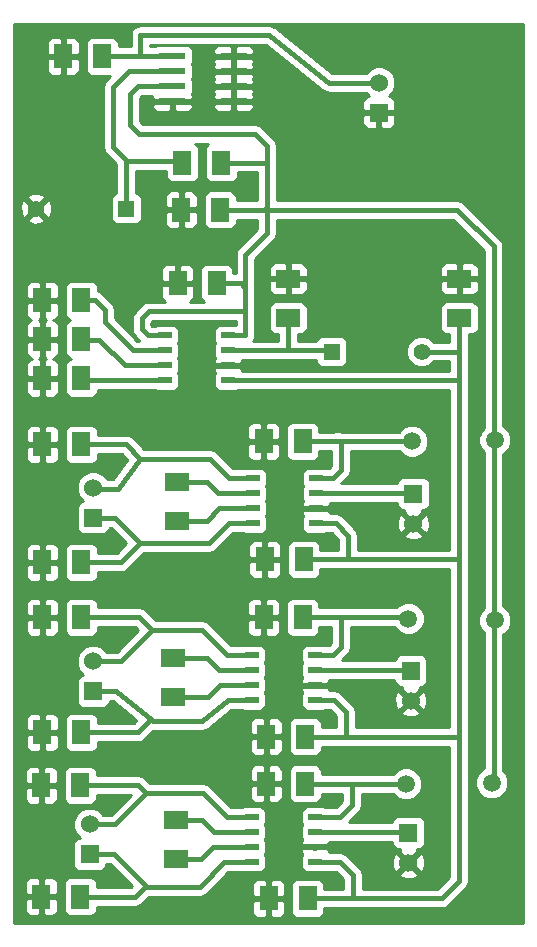
<source format=gtl>
%FSLAX34Y34*%
G04 Gerber Fmt 3.4, Leading zero omitted, Abs format*
G04 (created by PCBNEW (2013-12-18 BZR 4557)-product) date vie 20 dic 2013 18:35:50 CLST*
%MOIN*%
G01*
G70*
G90*
G04 APERTURE LIST*
%ADD10C,0.005906*%
%ADD11R,0.045000X0.020000*%
%ADD12R,0.080000X0.060000*%
%ADD13R,0.060000X0.080000*%
%ADD14R,0.060000X0.060000*%
%ADD15C,0.060000*%
%ADD16R,0.055000X0.055000*%
%ADD17C,0.055000*%
%ADD18R,0.086600X0.023600*%
%ADD19C,0.059100*%
%ADD20C,0.015800*%
%ADD21C,0.010000*%
G04 APERTURE END LIST*
G54D10*
G54D11*
X45239Y-48084D03*
X43139Y-48084D03*
X45239Y-48584D03*
X45239Y-49084D03*
X45239Y-49584D03*
X43139Y-48584D03*
X43139Y-49084D03*
X43139Y-49584D03*
X48137Y-58738D03*
X46037Y-58738D03*
X48137Y-59238D03*
X48137Y-59738D03*
X48137Y-60238D03*
X46037Y-59238D03*
X46037Y-59738D03*
X46037Y-60238D03*
X48137Y-64132D03*
X46037Y-64132D03*
X48137Y-64632D03*
X48137Y-65132D03*
X48137Y-65632D03*
X46037Y-64632D03*
X46037Y-65132D03*
X46037Y-65632D03*
X48171Y-52845D03*
X46071Y-52845D03*
X48171Y-53345D03*
X48171Y-53845D03*
X48171Y-54345D03*
X46071Y-53345D03*
X46071Y-53845D03*
X46071Y-54345D03*
G54D12*
X43531Y-52985D03*
X43531Y-54285D03*
G54D13*
X46436Y-51615D03*
X47736Y-51615D03*
X46437Y-57480D03*
X47737Y-57480D03*
X46515Y-63031D03*
X47815Y-63031D03*
X46594Y-66850D03*
X47894Y-66850D03*
X46476Y-55552D03*
X47776Y-55552D03*
X46515Y-61457D03*
X47815Y-61457D03*
G54D12*
X43425Y-58838D03*
X43425Y-60138D03*
X43504Y-64232D03*
X43504Y-65532D03*
X52952Y-46200D03*
X52952Y-47500D03*
G54D13*
X39054Y-46917D03*
X40354Y-46917D03*
X39054Y-48208D03*
X40354Y-48208D03*
X39054Y-49507D03*
X40354Y-49507D03*
G54D12*
X47244Y-46200D03*
X47244Y-47500D03*
G54D13*
X43562Y-46338D03*
X44862Y-46338D03*
X43721Y-42323D03*
X45021Y-42323D03*
X43682Y-43898D03*
X44982Y-43898D03*
X39745Y-38780D03*
X41045Y-38780D03*
G54D14*
X51417Y-53359D03*
G54D15*
X51417Y-54359D03*
G54D14*
X51339Y-59264D03*
G54D15*
X51339Y-60264D03*
G54D14*
X51260Y-64657D03*
G54D15*
X51260Y-65657D03*
G54D14*
X40748Y-59949D03*
G54D15*
X40748Y-58949D03*
G54D14*
X50276Y-40657D03*
G54D15*
X50276Y-39657D03*
G54D14*
X40748Y-54162D03*
G54D15*
X40748Y-53162D03*
G54D14*
X40630Y-65382D03*
G54D15*
X40630Y-64382D03*
G54D16*
X41854Y-43858D03*
G54D17*
X38854Y-43858D03*
G54D16*
X48696Y-48622D03*
G54D17*
X51696Y-48622D03*
G54D18*
X43388Y-38778D03*
X43388Y-39278D03*
X43388Y-39778D03*
X43388Y-40278D03*
X45434Y-40278D03*
X45434Y-39778D03*
X45434Y-39278D03*
X45434Y-38778D03*
G54D13*
X40319Y-63075D03*
X39019Y-63075D03*
X40351Y-57476D03*
X39051Y-57476D03*
X40351Y-51717D03*
X39051Y-51717D03*
X40319Y-66791D03*
X39019Y-66791D03*
X40351Y-61319D03*
X39051Y-61319D03*
X40351Y-55650D03*
X39051Y-55650D03*
G54D19*
X51378Y-51614D03*
X54133Y-51574D03*
X54133Y-57578D03*
X51181Y-63031D03*
X54035Y-62992D03*
X51260Y-57520D03*
G54D20*
X50276Y-39657D02*
X48594Y-39657D01*
X42323Y-38070D02*
X42323Y-38778D01*
X45197Y-38071D02*
X42323Y-38070D01*
X46614Y-38071D02*
X45197Y-38071D01*
X48594Y-39657D02*
X46614Y-38071D01*
X43388Y-38778D02*
X42323Y-38778D01*
X42323Y-38778D02*
X41047Y-38778D01*
X41047Y-38778D02*
X41045Y-38780D01*
X48543Y-51615D02*
X51377Y-51615D01*
X51377Y-51615D02*
X51378Y-51614D01*
X54094Y-51534D02*
X54094Y-51279D01*
X54133Y-51574D02*
X54094Y-51534D01*
X54094Y-57538D02*
X54094Y-57086D01*
X54133Y-57578D02*
X54094Y-57538D01*
X49370Y-63031D02*
X51181Y-63031D01*
X54035Y-62992D02*
X54094Y-62933D01*
X54094Y-62933D02*
X54094Y-62598D01*
X54094Y-45118D02*
X54094Y-51279D01*
X46458Y-43898D02*
X52874Y-43898D01*
X52874Y-43898D02*
X54094Y-45118D01*
X54094Y-51279D02*
X54094Y-57086D01*
X54094Y-57086D02*
X54094Y-62598D01*
X54094Y-62598D02*
X54094Y-62933D01*
X54094Y-62933D02*
X54035Y-62992D01*
X48504Y-57480D02*
X51220Y-57480D01*
X51220Y-57480D02*
X51260Y-57520D01*
X48137Y-64132D02*
X48974Y-64132D01*
X49370Y-63736D02*
X49370Y-63031D01*
X48974Y-64132D02*
X49370Y-63736D01*
X49370Y-63031D02*
X48622Y-63031D01*
X48622Y-63031D02*
X47815Y-63031D01*
X48137Y-58738D02*
X48742Y-58738D01*
X49016Y-57480D02*
X48504Y-57480D01*
X48504Y-57480D02*
X47737Y-57480D01*
X49016Y-57717D02*
X49016Y-57480D01*
X49016Y-58464D02*
X49016Y-57717D01*
X48742Y-58738D02*
X49016Y-58464D01*
X48171Y-52845D02*
X48731Y-52845D01*
X48731Y-52845D02*
X49015Y-52561D01*
X49015Y-52561D02*
X49015Y-51890D01*
X49015Y-51890D02*
X49016Y-51614D01*
X49016Y-51614D02*
X48543Y-51615D01*
X48543Y-51615D02*
X47736Y-51615D01*
X45826Y-46575D02*
X45826Y-45395D01*
X46537Y-44684D02*
X46537Y-43819D01*
X45826Y-45395D02*
X46537Y-44684D01*
X45826Y-47323D02*
X45826Y-46575D01*
X45826Y-46575D02*
X45826Y-46496D01*
X45668Y-46338D02*
X44862Y-46338D01*
X45826Y-46496D02*
X45668Y-46338D01*
X43139Y-48084D02*
X42572Y-48084D01*
X45826Y-47283D02*
X45826Y-47323D01*
X45590Y-47283D02*
X45826Y-47283D01*
X42598Y-47283D02*
X45590Y-47283D01*
X42362Y-47519D02*
X42598Y-47283D01*
X42362Y-47874D02*
X42362Y-47519D01*
X42572Y-48084D02*
X42362Y-47874D01*
X45826Y-47638D02*
X45826Y-47323D01*
X46537Y-42323D02*
X46537Y-43701D01*
X46537Y-43701D02*
X46537Y-43780D01*
X46537Y-43780D02*
X46537Y-43819D01*
X46537Y-43819D02*
X46458Y-43898D01*
X46458Y-43898D02*
X44982Y-43898D01*
X45826Y-47638D02*
X45826Y-48070D01*
X45630Y-48070D02*
X45826Y-48070D01*
X45253Y-48070D02*
X45239Y-48084D01*
X45630Y-48070D02*
X45253Y-48070D01*
X43388Y-39778D02*
X42232Y-39778D01*
X46537Y-41772D02*
X46537Y-42323D01*
X46143Y-41378D02*
X46537Y-41772D01*
X42285Y-41378D02*
X46143Y-41378D01*
X41970Y-41063D02*
X42285Y-41378D01*
X41970Y-40040D02*
X41970Y-41063D01*
X42232Y-39778D02*
X41970Y-40040D01*
X45021Y-42323D02*
X46537Y-42323D01*
X47815Y-61457D02*
X52914Y-61457D01*
X52914Y-61457D02*
X52953Y-61496D01*
X48256Y-61457D02*
X47815Y-61457D01*
X48137Y-65632D02*
X48966Y-65632D01*
X49409Y-66075D02*
X49409Y-66850D01*
X48966Y-65632D02*
X49409Y-66075D01*
X52953Y-61496D02*
X52953Y-66259D01*
X52953Y-66259D02*
X52362Y-66850D01*
X52362Y-66850D02*
X49409Y-66850D01*
X47894Y-66850D02*
X49409Y-66850D01*
X48137Y-60238D02*
X48781Y-60238D01*
X49173Y-60630D02*
X49173Y-61457D01*
X48781Y-60238D02*
X49173Y-60630D01*
X48543Y-61457D02*
X49173Y-61457D01*
X49173Y-61457D02*
X52874Y-61457D01*
X52953Y-61496D02*
X52953Y-61496D01*
X52953Y-57874D02*
X52953Y-61496D01*
X48543Y-61457D02*
X48256Y-61457D01*
X48171Y-54345D02*
X48833Y-54345D01*
X49252Y-54764D02*
X49252Y-55552D01*
X48833Y-54345D02*
X49252Y-54764D01*
X48661Y-55552D02*
X49252Y-55552D01*
X49252Y-55552D02*
X52952Y-55552D01*
X52953Y-55551D02*
X52952Y-55551D01*
X52952Y-55552D02*
X52953Y-55551D01*
X52952Y-49528D02*
X52952Y-55551D01*
X52952Y-55551D02*
X52953Y-57362D01*
X52953Y-57362D02*
X52953Y-57874D01*
X52953Y-57874D02*
X52953Y-57913D01*
X48661Y-55552D02*
X47776Y-55552D01*
X51696Y-48622D02*
X52952Y-48622D01*
X52952Y-47500D02*
X52952Y-48622D01*
X52952Y-48622D02*
X52952Y-49528D01*
X52952Y-49528D02*
X52952Y-49606D01*
X52930Y-49584D02*
X45239Y-49584D01*
X52952Y-49606D02*
X52930Y-49584D01*
X43139Y-48584D02*
X42088Y-48584D01*
X40815Y-46917D02*
X40354Y-46917D01*
X41141Y-47243D02*
X40815Y-46917D01*
X41141Y-47637D02*
X41141Y-47243D01*
X42088Y-48584D02*
X41141Y-47637D01*
X40319Y-63075D02*
X42249Y-63075D01*
X42249Y-63075D02*
X42520Y-63346D01*
X46037Y-64132D02*
X45195Y-64132D01*
X41484Y-64382D02*
X40630Y-64382D01*
X42520Y-63346D02*
X41484Y-64382D01*
X44409Y-63346D02*
X42520Y-63346D01*
X45195Y-64132D02*
X44409Y-63346D01*
X40351Y-61319D02*
X42236Y-61319D01*
X42236Y-61319D02*
X42677Y-60878D01*
X46037Y-60238D02*
X45234Y-60238D01*
X41524Y-59949D02*
X40748Y-59949D01*
X42760Y-60945D02*
X42677Y-60878D01*
X42677Y-60878D02*
X41524Y-59949D01*
X44366Y-60945D02*
X42760Y-60945D01*
X45234Y-60238D02*
X44366Y-60945D01*
X40351Y-55650D02*
X41674Y-55650D01*
X41674Y-55650D02*
X42323Y-55001D01*
X46071Y-54345D02*
X45262Y-54345D01*
X41484Y-54162D02*
X40748Y-54162D01*
X42323Y-55001D02*
X41484Y-54162D01*
X44606Y-55001D02*
X42323Y-55001D01*
X45262Y-54345D02*
X44606Y-55001D01*
X46071Y-53345D02*
X44919Y-53345D01*
X43563Y-52953D02*
X43531Y-52985D01*
X44527Y-52953D02*
X43563Y-52953D01*
X44919Y-53345D02*
X44527Y-52953D01*
X46037Y-65132D02*
X44750Y-65132D01*
X44350Y-65532D02*
X43504Y-65532D01*
X44750Y-65132D02*
X44350Y-65532D01*
X48171Y-53345D02*
X51403Y-53345D01*
X51403Y-53345D02*
X51417Y-53359D01*
X43139Y-49584D02*
X40431Y-49584D01*
X40431Y-49584D02*
X40354Y-49507D01*
X43139Y-49084D02*
X41800Y-49084D01*
X40375Y-48229D02*
X40354Y-48208D01*
X40945Y-48229D02*
X40375Y-48229D01*
X41800Y-49084D02*
X40945Y-48229D01*
X48137Y-59238D02*
X51313Y-59238D01*
X51313Y-59238D02*
X51339Y-59264D01*
X46037Y-59738D02*
X44987Y-59738D01*
X44587Y-60138D02*
X43425Y-60138D01*
X44987Y-59738D02*
X44587Y-60138D01*
X48137Y-64632D02*
X51235Y-64632D01*
X51235Y-64632D02*
X51260Y-64657D01*
X46037Y-59238D02*
X44946Y-59238D01*
X44546Y-58838D02*
X43425Y-58838D01*
X44946Y-59238D02*
X44546Y-58838D01*
X46071Y-53845D02*
X44935Y-53845D01*
X43563Y-54253D02*
X43531Y-54285D01*
X44527Y-54253D02*
X43563Y-54253D01*
X44935Y-53845D02*
X44527Y-54253D01*
X46037Y-64632D02*
X44790Y-64632D01*
X44390Y-64232D02*
X43504Y-64232D01*
X44790Y-64632D02*
X44390Y-64232D01*
X40351Y-57476D02*
X42280Y-57476D01*
X42280Y-57476D02*
X42717Y-57913D01*
X46037Y-58738D02*
X45195Y-58738D01*
X41681Y-58949D02*
X40748Y-58949D01*
X42717Y-57913D02*
X41681Y-58949D01*
X44370Y-57913D02*
X42717Y-57913D01*
X45195Y-58738D02*
X44370Y-57913D01*
X47244Y-48584D02*
X47244Y-47500D01*
X47244Y-48584D02*
X48658Y-48584D01*
X48658Y-48584D02*
X48696Y-48622D01*
X47244Y-48584D02*
X47244Y-48543D01*
X47244Y-48543D02*
X47244Y-48584D01*
X45239Y-48584D02*
X47244Y-48584D01*
X40319Y-66791D02*
X42134Y-66791D01*
X42134Y-66791D02*
X42494Y-66431D01*
X46037Y-65632D02*
X45120Y-65632D01*
X41445Y-65382D02*
X40630Y-65382D01*
X42520Y-66457D02*
X42494Y-66431D01*
X42494Y-66431D02*
X41445Y-65382D01*
X44295Y-66457D02*
X42520Y-66457D01*
X45120Y-65632D02*
X44295Y-66457D01*
X41854Y-43858D02*
X41854Y-42247D01*
X42363Y-42284D02*
X42560Y-42284D01*
X42757Y-42284D02*
X43682Y-42284D01*
X41944Y-39278D02*
X41419Y-39803D01*
X41419Y-39803D02*
X41419Y-41812D01*
X41419Y-41812D02*
X41854Y-42247D01*
X41854Y-42247D02*
X41891Y-42284D01*
X41891Y-42284D02*
X42363Y-42284D01*
X42560Y-42284D02*
X42757Y-42284D01*
X43388Y-39278D02*
X41944Y-39278D01*
X43682Y-42284D02*
X43721Y-42323D01*
X40351Y-51717D02*
X41834Y-51717D01*
X41834Y-51717D02*
X42323Y-52206D01*
X46071Y-52845D02*
X45285Y-52845D01*
X40775Y-53189D02*
X40748Y-53162D01*
X41575Y-53189D02*
X40775Y-53189D01*
X42323Y-52206D02*
X41575Y-53189D01*
X44646Y-52206D02*
X42323Y-52206D01*
X45285Y-52845D02*
X44646Y-52206D01*
G54D10*
G36*
X55069Y-67667D02*
X55039Y-67667D01*
X54679Y-67667D01*
X54679Y-57470D01*
X54596Y-57270D01*
X54443Y-57116D01*
X54423Y-57108D01*
X54423Y-57086D01*
X54423Y-52045D01*
X54442Y-52037D01*
X54596Y-51884D01*
X54679Y-51683D01*
X54679Y-51466D01*
X54596Y-51266D01*
X54443Y-51112D01*
X54423Y-51104D01*
X54423Y-45118D01*
X54397Y-44992D01*
X54326Y-44885D01*
X53106Y-43665D01*
X52999Y-43594D01*
X52874Y-43569D01*
X50826Y-43569D01*
X50826Y-41006D01*
X50826Y-40769D01*
X50763Y-40707D01*
X50326Y-40707D01*
X50326Y-41144D01*
X50388Y-41207D01*
X50526Y-41207D01*
X50625Y-41207D01*
X50717Y-41168D01*
X50787Y-41098D01*
X50826Y-41006D01*
X50826Y-43569D01*
X50226Y-43569D01*
X50226Y-41144D01*
X50226Y-40707D01*
X49788Y-40707D01*
X49726Y-40769D01*
X49726Y-41006D01*
X49764Y-41098D01*
X49834Y-41168D01*
X49926Y-41207D01*
X50025Y-41207D01*
X50163Y-41207D01*
X50226Y-41144D01*
X50226Y-43569D01*
X46866Y-43569D01*
X46866Y-42323D01*
X46866Y-41772D01*
X46840Y-41646D01*
X46840Y-41646D01*
X46769Y-41539D01*
X46375Y-41145D01*
X46268Y-41074D01*
X46143Y-41049D01*
X46117Y-41049D01*
X46117Y-40445D01*
X46117Y-40390D01*
X46117Y-40165D01*
X46117Y-40110D01*
X46082Y-40028D01*
X46117Y-39945D01*
X46117Y-39890D01*
X46117Y-39665D01*
X46117Y-39610D01*
X46082Y-39528D01*
X46117Y-39445D01*
X46117Y-39390D01*
X46117Y-39165D01*
X46117Y-39110D01*
X46082Y-39028D01*
X46117Y-38945D01*
X46117Y-38890D01*
X46117Y-38665D01*
X46117Y-38610D01*
X46078Y-38518D01*
X46008Y-38448D01*
X45916Y-38410D01*
X45817Y-38410D01*
X45546Y-38410D01*
X45484Y-38472D01*
X45484Y-38728D01*
X46054Y-38728D01*
X46117Y-38665D01*
X46117Y-38890D01*
X46054Y-38828D01*
X45484Y-38828D01*
X45484Y-38972D01*
X45484Y-39083D01*
X45484Y-39228D01*
X46054Y-39228D01*
X46117Y-39165D01*
X46117Y-39390D01*
X46054Y-39328D01*
X45484Y-39328D01*
X45484Y-39472D01*
X45484Y-39583D01*
X45484Y-39728D01*
X46054Y-39728D01*
X46117Y-39665D01*
X46117Y-39890D01*
X46054Y-39828D01*
X45484Y-39828D01*
X45484Y-39972D01*
X45484Y-40083D01*
X45484Y-40228D01*
X46054Y-40228D01*
X46117Y-40165D01*
X46117Y-40390D01*
X46054Y-40328D01*
X45484Y-40328D01*
X45484Y-40583D01*
X45546Y-40646D01*
X45817Y-40646D01*
X45916Y-40646D01*
X46008Y-40607D01*
X46078Y-40537D01*
X46117Y-40445D01*
X46117Y-41049D01*
X45384Y-41049D01*
X45384Y-40583D01*
X45384Y-40328D01*
X45384Y-40228D01*
X45384Y-40083D01*
X45384Y-39972D01*
X45384Y-39828D01*
X45384Y-39728D01*
X45384Y-39583D01*
X45384Y-39472D01*
X45384Y-39328D01*
X45384Y-39228D01*
X45384Y-39083D01*
X45384Y-38972D01*
X45384Y-38828D01*
X45384Y-38728D01*
X45384Y-38472D01*
X45321Y-38410D01*
X45050Y-38410D01*
X44951Y-38410D01*
X44859Y-38448D01*
X44789Y-38518D01*
X44751Y-38610D01*
X44751Y-38665D01*
X44813Y-38728D01*
X45384Y-38728D01*
X45384Y-38828D01*
X44813Y-38828D01*
X44751Y-38890D01*
X44751Y-38945D01*
X44785Y-39028D01*
X44751Y-39110D01*
X44751Y-39165D01*
X44813Y-39228D01*
X45384Y-39228D01*
X45384Y-39328D01*
X44813Y-39328D01*
X44751Y-39390D01*
X44751Y-39445D01*
X44785Y-39528D01*
X44751Y-39610D01*
X44751Y-39665D01*
X44813Y-39728D01*
X45384Y-39728D01*
X45384Y-39828D01*
X44813Y-39828D01*
X44751Y-39890D01*
X44751Y-39945D01*
X44785Y-40028D01*
X44751Y-40110D01*
X44751Y-40165D01*
X44813Y-40228D01*
X45384Y-40228D01*
X45384Y-40328D01*
X44813Y-40328D01*
X44751Y-40390D01*
X44751Y-40445D01*
X44789Y-40537D01*
X44859Y-40607D01*
X44951Y-40646D01*
X45050Y-40646D01*
X45321Y-40646D01*
X45384Y-40583D01*
X45384Y-41049D01*
X44071Y-41049D01*
X44071Y-40445D01*
X44071Y-40390D01*
X44008Y-40328D01*
X43438Y-40328D01*
X43438Y-40583D01*
X43500Y-40646D01*
X43771Y-40646D01*
X43870Y-40646D01*
X43962Y-40607D01*
X44032Y-40537D01*
X44071Y-40445D01*
X44071Y-41049D01*
X43338Y-41049D01*
X43338Y-40583D01*
X43338Y-40328D01*
X42767Y-40328D01*
X42705Y-40390D01*
X42705Y-40445D01*
X42743Y-40537D01*
X42813Y-40607D01*
X42905Y-40646D01*
X43004Y-40646D01*
X43275Y-40646D01*
X43338Y-40583D01*
X43338Y-41049D01*
X42421Y-41049D01*
X42299Y-40926D01*
X42299Y-40176D01*
X42368Y-40107D01*
X42706Y-40107D01*
X42705Y-40110D01*
X42705Y-40165D01*
X42767Y-40228D01*
X43338Y-40228D01*
X43338Y-40220D01*
X43438Y-40220D01*
X43438Y-40228D01*
X44008Y-40228D01*
X44071Y-40165D01*
X44071Y-40110D01*
X44036Y-40028D01*
X44071Y-39945D01*
X44071Y-39846D01*
X44071Y-39610D01*
X44036Y-39528D01*
X44071Y-39445D01*
X44071Y-39346D01*
X44071Y-39110D01*
X44036Y-39028D01*
X44071Y-38945D01*
X44071Y-38846D01*
X44071Y-38610D01*
X44032Y-38518D01*
X43962Y-38448D01*
X43870Y-38410D01*
X43771Y-38410D01*
X42905Y-38410D01*
X42813Y-38448D01*
X42812Y-38449D01*
X42652Y-38449D01*
X42652Y-38399D01*
X45196Y-38400D01*
X45196Y-38399D01*
X45197Y-38400D01*
X46498Y-38400D01*
X48388Y-39913D01*
X48429Y-39935D01*
X48468Y-39960D01*
X48486Y-39964D01*
X48502Y-39972D01*
X48548Y-39976D01*
X48594Y-39986D01*
X49827Y-39986D01*
X49948Y-40107D01*
X49926Y-40107D01*
X49834Y-40145D01*
X49764Y-40215D01*
X49726Y-40307D01*
X49726Y-40544D01*
X49788Y-40607D01*
X50226Y-40607D01*
X50226Y-40599D01*
X50326Y-40599D01*
X50326Y-40607D01*
X50763Y-40607D01*
X50826Y-40544D01*
X50826Y-40307D01*
X50787Y-40215D01*
X50717Y-40145D01*
X50625Y-40107D01*
X50603Y-40107D01*
X50741Y-39968D01*
X50825Y-39766D01*
X50826Y-39548D01*
X50742Y-39345D01*
X50587Y-39191D01*
X50385Y-39107D01*
X50167Y-39106D01*
X49964Y-39190D01*
X49827Y-39328D01*
X48709Y-39328D01*
X46819Y-37814D01*
X46778Y-37792D01*
X46739Y-37767D01*
X46721Y-37763D01*
X46705Y-37755D01*
X46659Y-37751D01*
X46614Y-37742D01*
X45197Y-37742D01*
X42323Y-37741D01*
X42323Y-37741D01*
X42323Y-37741D01*
X42259Y-37753D01*
X42197Y-37766D01*
X42197Y-37766D01*
X42197Y-37766D01*
X42143Y-37801D01*
X42090Y-37837D01*
X42090Y-37837D01*
X42090Y-37837D01*
X42054Y-37890D01*
X42019Y-37943D01*
X42019Y-37944D01*
X42019Y-37944D01*
X42006Y-38006D01*
X41994Y-38069D01*
X41994Y-38069D01*
X41994Y-38070D01*
X41994Y-38449D01*
X41595Y-38449D01*
X41595Y-38330D01*
X41556Y-38238D01*
X41486Y-38168D01*
X41394Y-38130D01*
X41295Y-38130D01*
X40695Y-38130D01*
X40603Y-38168D01*
X40533Y-38238D01*
X40495Y-38330D01*
X40495Y-38429D01*
X40495Y-39229D01*
X40533Y-39321D01*
X40603Y-39391D01*
X40695Y-39430D01*
X40794Y-39430D01*
X41326Y-39430D01*
X41186Y-39570D01*
X41115Y-39677D01*
X41090Y-39803D01*
X41090Y-41812D01*
X41115Y-41937D01*
X41186Y-42044D01*
X41525Y-42383D01*
X41525Y-43334D01*
X41437Y-43371D01*
X41367Y-43441D01*
X41329Y-43533D01*
X41329Y-43632D01*
X41329Y-44182D01*
X41367Y-44274D01*
X41437Y-44344D01*
X41529Y-44383D01*
X41628Y-44383D01*
X42178Y-44383D01*
X42270Y-44344D01*
X42340Y-44274D01*
X42379Y-44182D01*
X42379Y-44083D01*
X42379Y-43533D01*
X42340Y-43441D01*
X42270Y-43371D01*
X42183Y-43334D01*
X42183Y-42613D01*
X42363Y-42613D01*
X42560Y-42613D01*
X42757Y-42613D01*
X43171Y-42613D01*
X43171Y-42772D01*
X43209Y-42864D01*
X43279Y-42934D01*
X43371Y-42973D01*
X43470Y-42973D01*
X44070Y-42973D01*
X44162Y-42934D01*
X44232Y-42864D01*
X44271Y-42772D01*
X44271Y-42673D01*
X44271Y-41873D01*
X44232Y-41781D01*
X44162Y-41711D01*
X44152Y-41707D01*
X44589Y-41707D01*
X44579Y-41711D01*
X44509Y-41781D01*
X44471Y-41873D01*
X44471Y-41972D01*
X44471Y-42772D01*
X44509Y-42864D01*
X44579Y-42934D01*
X44671Y-42973D01*
X44770Y-42973D01*
X45370Y-42973D01*
X45462Y-42934D01*
X45532Y-42864D01*
X45571Y-42772D01*
X45571Y-42673D01*
X45571Y-42652D01*
X46208Y-42652D01*
X46208Y-43569D01*
X45532Y-43569D01*
X45532Y-43448D01*
X45493Y-43356D01*
X45423Y-43286D01*
X45331Y-43248D01*
X45232Y-43248D01*
X44632Y-43248D01*
X44540Y-43286D01*
X44470Y-43356D01*
X44432Y-43448D01*
X44432Y-43547D01*
X44432Y-44347D01*
X44470Y-44439D01*
X44540Y-44509D01*
X44632Y-44548D01*
X44731Y-44548D01*
X45331Y-44548D01*
X45423Y-44509D01*
X45493Y-44439D01*
X45532Y-44347D01*
X45532Y-44248D01*
X45532Y-44227D01*
X46208Y-44227D01*
X46208Y-44547D01*
X45593Y-45162D01*
X45522Y-45269D01*
X45497Y-45395D01*
X45497Y-46009D01*
X45412Y-46009D01*
X45412Y-45888D01*
X45373Y-45796D01*
X45303Y-45726D01*
X45211Y-45688D01*
X45112Y-45688D01*
X44512Y-45688D01*
X44420Y-45726D01*
X44350Y-45796D01*
X44312Y-45888D01*
X44312Y-45987D01*
X44312Y-46787D01*
X44350Y-46879D01*
X44420Y-46949D01*
X44430Y-46954D01*
X44232Y-46954D01*
X44232Y-44347D01*
X44232Y-44248D01*
X44232Y-44010D01*
X44232Y-43785D01*
X44232Y-43547D01*
X44232Y-43448D01*
X44193Y-43356D01*
X44123Y-43286D01*
X44031Y-43248D01*
X43794Y-43248D01*
X43732Y-43310D01*
X43732Y-43848D01*
X44169Y-43848D01*
X44232Y-43785D01*
X44232Y-44010D01*
X44169Y-43948D01*
X43732Y-43948D01*
X43732Y-44485D01*
X43794Y-44548D01*
X44031Y-44548D01*
X44123Y-44509D01*
X44193Y-44439D01*
X44232Y-44347D01*
X44232Y-46954D01*
X43993Y-46954D01*
X44003Y-46949D01*
X44073Y-46879D01*
X44112Y-46787D01*
X44112Y-46688D01*
X44112Y-46450D01*
X44112Y-46225D01*
X44112Y-45987D01*
X44112Y-45888D01*
X44073Y-45796D01*
X44003Y-45726D01*
X43911Y-45688D01*
X43674Y-45688D01*
X43632Y-45730D01*
X43632Y-44485D01*
X43632Y-43948D01*
X43632Y-43848D01*
X43632Y-43310D01*
X43569Y-43248D01*
X43332Y-43248D01*
X43240Y-43286D01*
X43170Y-43356D01*
X43132Y-43448D01*
X43132Y-43547D01*
X43132Y-43785D01*
X43194Y-43848D01*
X43632Y-43848D01*
X43632Y-43948D01*
X43194Y-43948D01*
X43132Y-44010D01*
X43132Y-44248D01*
X43132Y-44347D01*
X43170Y-44439D01*
X43240Y-44509D01*
X43332Y-44548D01*
X43569Y-44548D01*
X43632Y-44485D01*
X43632Y-45730D01*
X43612Y-45750D01*
X43612Y-46288D01*
X44049Y-46288D01*
X44112Y-46225D01*
X44112Y-46450D01*
X44049Y-46388D01*
X43612Y-46388D01*
X43612Y-46395D01*
X43512Y-46395D01*
X43512Y-46388D01*
X43512Y-46288D01*
X43512Y-45750D01*
X43449Y-45688D01*
X43212Y-45688D01*
X43120Y-45726D01*
X43050Y-45796D01*
X43012Y-45888D01*
X43012Y-45987D01*
X43012Y-46225D01*
X43074Y-46288D01*
X43512Y-46288D01*
X43512Y-46388D01*
X43074Y-46388D01*
X43012Y-46450D01*
X43012Y-46688D01*
X43012Y-46787D01*
X43050Y-46879D01*
X43120Y-46949D01*
X43130Y-46954D01*
X42598Y-46954D01*
X42472Y-46979D01*
X42365Y-47050D01*
X42129Y-47286D01*
X42058Y-47393D01*
X42033Y-47519D01*
X42033Y-47874D01*
X42058Y-47999D01*
X42129Y-48106D01*
X42277Y-48255D01*
X42224Y-48255D01*
X41470Y-47500D01*
X41470Y-47243D01*
X41444Y-47117D01*
X41444Y-47117D01*
X41373Y-47010D01*
X41047Y-46684D01*
X40940Y-46613D01*
X40904Y-46605D01*
X40904Y-46467D01*
X40865Y-46375D01*
X40795Y-46305D01*
X40703Y-46267D01*
X40604Y-46267D01*
X40295Y-46267D01*
X40295Y-39229D01*
X40295Y-39130D01*
X40295Y-38892D01*
X40295Y-38667D01*
X40295Y-38429D01*
X40295Y-38330D01*
X40256Y-38238D01*
X40186Y-38168D01*
X40094Y-38130D01*
X39857Y-38130D01*
X39795Y-38192D01*
X39795Y-38730D01*
X40232Y-38730D01*
X40295Y-38667D01*
X40295Y-38892D01*
X40232Y-38830D01*
X39795Y-38830D01*
X39795Y-39367D01*
X39857Y-39430D01*
X40094Y-39430D01*
X40186Y-39391D01*
X40256Y-39321D01*
X40295Y-39229D01*
X40295Y-46267D01*
X40004Y-46267D01*
X39912Y-46305D01*
X39842Y-46375D01*
X39804Y-46467D01*
X39804Y-46566D01*
X39804Y-47366D01*
X39842Y-47458D01*
X39912Y-47528D01*
X39993Y-47562D01*
X39912Y-47596D01*
X39842Y-47666D01*
X39804Y-47758D01*
X39804Y-47857D01*
X39804Y-48657D01*
X39842Y-48749D01*
X39912Y-48819D01*
X40003Y-48857D01*
X39912Y-48895D01*
X39842Y-48965D01*
X39804Y-49057D01*
X39804Y-49156D01*
X39804Y-49956D01*
X39842Y-50048D01*
X39912Y-50118D01*
X40004Y-50157D01*
X40103Y-50157D01*
X40703Y-50157D01*
X40795Y-50118D01*
X40865Y-50048D01*
X40904Y-49956D01*
X40904Y-49913D01*
X42813Y-49913D01*
X42864Y-49934D01*
X42963Y-49934D01*
X43413Y-49934D01*
X43505Y-49895D01*
X43575Y-49825D01*
X43614Y-49733D01*
X43614Y-49634D01*
X43614Y-49434D01*
X43575Y-49342D01*
X43567Y-49334D01*
X43575Y-49325D01*
X43614Y-49233D01*
X43614Y-49134D01*
X43614Y-48934D01*
X43575Y-48842D01*
X43567Y-48834D01*
X43575Y-48825D01*
X43614Y-48733D01*
X43614Y-48634D01*
X43614Y-48434D01*
X43575Y-48342D01*
X43567Y-48334D01*
X43575Y-48325D01*
X43614Y-48233D01*
X43614Y-48134D01*
X43614Y-47934D01*
X43575Y-47842D01*
X43505Y-47772D01*
X43413Y-47734D01*
X43314Y-47734D01*
X42864Y-47734D01*
X42813Y-47755D01*
X42708Y-47755D01*
X42691Y-47737D01*
X42691Y-47655D01*
X42734Y-47612D01*
X45497Y-47612D01*
X45497Y-47638D01*
X45497Y-47734D01*
X45414Y-47734D01*
X44964Y-47734D01*
X44872Y-47772D01*
X44802Y-47842D01*
X44764Y-47934D01*
X44764Y-48033D01*
X44764Y-48233D01*
X44802Y-48325D01*
X44810Y-48333D01*
X44802Y-48342D01*
X44764Y-48434D01*
X44764Y-48533D01*
X44764Y-48733D01*
X44802Y-48825D01*
X44810Y-48834D01*
X44802Y-48842D01*
X44764Y-48934D01*
X44764Y-48971D01*
X44826Y-49034D01*
X45189Y-49034D01*
X45189Y-49026D01*
X45289Y-49026D01*
X45289Y-49034D01*
X45651Y-49034D01*
X45714Y-48971D01*
X45714Y-48934D01*
X45705Y-48913D01*
X47244Y-48913D01*
X48171Y-48913D01*
X48171Y-48946D01*
X48209Y-49038D01*
X48279Y-49108D01*
X48371Y-49147D01*
X48470Y-49147D01*
X49020Y-49147D01*
X49112Y-49108D01*
X49182Y-49038D01*
X49221Y-48946D01*
X49221Y-48847D01*
X49221Y-48297D01*
X49182Y-48205D01*
X49112Y-48135D01*
X49020Y-48097D01*
X48921Y-48097D01*
X48371Y-48097D01*
X48279Y-48135D01*
X48209Y-48205D01*
X48188Y-48255D01*
X47573Y-48255D01*
X47573Y-48050D01*
X47693Y-48050D01*
X47785Y-48011D01*
X47855Y-47941D01*
X47894Y-47849D01*
X47894Y-47750D01*
X47894Y-47150D01*
X47894Y-46549D01*
X47894Y-46312D01*
X47894Y-46087D01*
X47894Y-45850D01*
X47855Y-45758D01*
X47785Y-45688D01*
X47693Y-45650D01*
X47594Y-45650D01*
X47356Y-45650D01*
X47294Y-45712D01*
X47294Y-46150D01*
X47831Y-46150D01*
X47894Y-46087D01*
X47894Y-46312D01*
X47831Y-46250D01*
X47294Y-46250D01*
X47294Y-46687D01*
X47356Y-46750D01*
X47594Y-46750D01*
X47693Y-46750D01*
X47785Y-46711D01*
X47855Y-46641D01*
X47894Y-46549D01*
X47894Y-47150D01*
X47855Y-47058D01*
X47785Y-46988D01*
X47693Y-46950D01*
X47594Y-46950D01*
X47194Y-46950D01*
X47194Y-46687D01*
X47194Y-46250D01*
X47194Y-46150D01*
X47194Y-45712D01*
X47131Y-45650D01*
X46893Y-45650D01*
X46794Y-45650D01*
X46702Y-45688D01*
X46632Y-45758D01*
X46594Y-45850D01*
X46594Y-46087D01*
X46656Y-46150D01*
X47194Y-46150D01*
X47194Y-46250D01*
X46656Y-46250D01*
X46594Y-46312D01*
X46594Y-46549D01*
X46632Y-46641D01*
X46702Y-46711D01*
X46794Y-46750D01*
X46893Y-46750D01*
X47131Y-46750D01*
X47194Y-46687D01*
X47194Y-46950D01*
X46794Y-46950D01*
X46702Y-46988D01*
X46632Y-47058D01*
X46594Y-47150D01*
X46594Y-47249D01*
X46594Y-47849D01*
X46632Y-47941D01*
X46702Y-48011D01*
X46794Y-48050D01*
X46893Y-48050D01*
X46915Y-48050D01*
X46915Y-48255D01*
X46090Y-48255D01*
X46129Y-48195D01*
X46155Y-48070D01*
X46155Y-47638D01*
X46155Y-47323D01*
X46155Y-47283D01*
X46155Y-46575D01*
X46155Y-46496D01*
X46155Y-45531D01*
X46769Y-44916D01*
X46840Y-44809D01*
X46866Y-44684D01*
X46866Y-44227D01*
X52737Y-44227D01*
X53765Y-45254D01*
X53765Y-51172D01*
X53671Y-51265D01*
X53602Y-51433D01*
X53602Y-47849D01*
X53602Y-47750D01*
X53602Y-47150D01*
X53602Y-46549D01*
X53602Y-46312D01*
X53602Y-46087D01*
X53602Y-45850D01*
X53563Y-45758D01*
X53493Y-45688D01*
X53401Y-45650D01*
X53302Y-45650D01*
X53064Y-45650D01*
X53002Y-45712D01*
X53002Y-46150D01*
X53539Y-46150D01*
X53602Y-46087D01*
X53602Y-46312D01*
X53539Y-46250D01*
X53002Y-46250D01*
X53002Y-46687D01*
X53064Y-46750D01*
X53302Y-46750D01*
X53401Y-46750D01*
X53493Y-46711D01*
X53563Y-46641D01*
X53602Y-46549D01*
X53602Y-47150D01*
X53563Y-47058D01*
X53493Y-46988D01*
X53401Y-46950D01*
X53302Y-46950D01*
X52902Y-46950D01*
X52902Y-46687D01*
X52902Y-46250D01*
X52902Y-46150D01*
X52902Y-45712D01*
X52839Y-45650D01*
X52601Y-45650D01*
X52502Y-45650D01*
X52410Y-45688D01*
X52340Y-45758D01*
X52302Y-45850D01*
X52302Y-46087D01*
X52364Y-46150D01*
X52902Y-46150D01*
X52902Y-46250D01*
X52364Y-46250D01*
X52302Y-46312D01*
X52302Y-46549D01*
X52340Y-46641D01*
X52410Y-46711D01*
X52502Y-46750D01*
X52601Y-46750D01*
X52839Y-46750D01*
X52902Y-46687D01*
X52902Y-46950D01*
X52502Y-46950D01*
X52410Y-46988D01*
X52340Y-47058D01*
X52302Y-47150D01*
X52302Y-47249D01*
X52302Y-47849D01*
X52340Y-47941D01*
X52410Y-48011D01*
X52502Y-48050D01*
X52601Y-48050D01*
X52623Y-48050D01*
X52623Y-48293D01*
X52109Y-48293D01*
X51993Y-48177D01*
X51800Y-48097D01*
X51592Y-48096D01*
X51399Y-48176D01*
X51251Y-48324D01*
X51171Y-48517D01*
X51170Y-48725D01*
X51250Y-48919D01*
X51398Y-49066D01*
X51591Y-49146D01*
X51799Y-49147D01*
X51993Y-49067D01*
X52109Y-48951D01*
X52623Y-48951D01*
X52623Y-49255D01*
X45705Y-49255D01*
X45714Y-49233D01*
X45714Y-49196D01*
X45651Y-49134D01*
X45289Y-49134D01*
X45289Y-49141D01*
X45189Y-49141D01*
X45189Y-49134D01*
X44826Y-49134D01*
X44764Y-49196D01*
X44764Y-49233D01*
X44802Y-49325D01*
X44810Y-49333D01*
X44802Y-49342D01*
X44764Y-49434D01*
X44764Y-49533D01*
X44764Y-49733D01*
X44802Y-49825D01*
X44872Y-49895D01*
X44964Y-49934D01*
X45063Y-49934D01*
X45513Y-49934D01*
X45564Y-49913D01*
X52623Y-49913D01*
X52623Y-55223D01*
X51971Y-55223D01*
X51971Y-54440D01*
X51967Y-54345D01*
X51967Y-53708D01*
X51967Y-53609D01*
X51967Y-53009D01*
X51928Y-52917D01*
X51858Y-52847D01*
X51766Y-52809D01*
X51667Y-52809D01*
X51067Y-52809D01*
X50975Y-52847D01*
X50905Y-52917D01*
X50867Y-53009D01*
X50867Y-53016D01*
X49025Y-53016D01*
X49247Y-52793D01*
X49318Y-52686D01*
X49344Y-52561D01*
X49344Y-51944D01*
X50936Y-51944D01*
X51068Y-52076D01*
X51269Y-52159D01*
X51486Y-52159D01*
X51686Y-52076D01*
X51840Y-51923D01*
X51923Y-51722D01*
X51923Y-51505D01*
X51840Y-51305D01*
X51687Y-51151D01*
X51486Y-51068D01*
X51269Y-51068D01*
X51069Y-51151D01*
X50934Y-51286D01*
X49022Y-51286D01*
X49017Y-51285D01*
X49016Y-51285D01*
X49015Y-51285D01*
X48542Y-51286D01*
X48286Y-51286D01*
X48286Y-51165D01*
X48247Y-51073D01*
X48177Y-51003D01*
X48085Y-50965D01*
X47986Y-50965D01*
X47386Y-50965D01*
X47294Y-51003D01*
X47224Y-51073D01*
X47186Y-51165D01*
X47186Y-51264D01*
X47186Y-52064D01*
X47224Y-52156D01*
X47294Y-52226D01*
X47386Y-52265D01*
X47485Y-52265D01*
X48085Y-52265D01*
X48177Y-52226D01*
X48247Y-52156D01*
X48286Y-52064D01*
X48286Y-51965D01*
X48286Y-51944D01*
X48543Y-51944D01*
X48686Y-51944D01*
X48686Y-52424D01*
X48594Y-52516D01*
X48496Y-52516D01*
X48445Y-52495D01*
X48346Y-52495D01*
X47896Y-52495D01*
X47804Y-52533D01*
X47734Y-52603D01*
X47696Y-52695D01*
X47696Y-52794D01*
X47696Y-52994D01*
X47734Y-53086D01*
X47742Y-53094D01*
X47734Y-53103D01*
X47696Y-53195D01*
X47696Y-53294D01*
X47696Y-53494D01*
X47734Y-53586D01*
X47742Y-53595D01*
X47734Y-53603D01*
X47696Y-53695D01*
X47696Y-53732D01*
X47758Y-53795D01*
X48121Y-53795D01*
X48121Y-53787D01*
X48221Y-53787D01*
X48221Y-53795D01*
X48583Y-53795D01*
X48646Y-53732D01*
X48646Y-53695D01*
X48637Y-53674D01*
X50867Y-53674D01*
X50867Y-53708D01*
X50905Y-53800D01*
X50975Y-53870D01*
X51067Y-53909D01*
X51120Y-53909D01*
X51101Y-53973D01*
X51417Y-54288D01*
X51732Y-53973D01*
X51713Y-53909D01*
X51766Y-53909D01*
X51858Y-53870D01*
X51928Y-53800D01*
X51967Y-53708D01*
X51967Y-54345D01*
X51960Y-54222D01*
X51898Y-54071D01*
X51802Y-54043D01*
X51487Y-54359D01*
X51802Y-54674D01*
X51898Y-54646D01*
X51971Y-54440D01*
X51971Y-55223D01*
X51732Y-55223D01*
X51732Y-54744D01*
X51417Y-54429D01*
X51346Y-54500D01*
X51346Y-54359D01*
X51031Y-54043D01*
X50935Y-54071D01*
X50862Y-54277D01*
X50873Y-54495D01*
X50935Y-54646D01*
X51031Y-54674D01*
X51346Y-54359D01*
X51346Y-54500D01*
X51101Y-54744D01*
X51129Y-54840D01*
X51335Y-54913D01*
X51553Y-54902D01*
X51704Y-54840D01*
X51732Y-54744D01*
X51732Y-55223D01*
X49581Y-55223D01*
X49581Y-54764D01*
X49555Y-54638D01*
X49484Y-54531D01*
X49065Y-54112D01*
X48958Y-54041D01*
X48833Y-54016D01*
X48637Y-54016D01*
X48646Y-53994D01*
X48646Y-53957D01*
X48583Y-53895D01*
X48221Y-53895D01*
X48221Y-53902D01*
X48121Y-53902D01*
X48121Y-53895D01*
X47758Y-53895D01*
X47696Y-53957D01*
X47696Y-53994D01*
X47734Y-54086D01*
X47742Y-54094D01*
X47734Y-54103D01*
X47696Y-54195D01*
X47696Y-54294D01*
X47696Y-54494D01*
X47734Y-54586D01*
X47804Y-54656D01*
X47896Y-54695D01*
X47995Y-54695D01*
X48445Y-54695D01*
X48496Y-54674D01*
X48696Y-54674D01*
X48923Y-54900D01*
X48923Y-55223D01*
X48661Y-55223D01*
X48326Y-55223D01*
X48326Y-55102D01*
X48287Y-55010D01*
X48217Y-54940D01*
X48125Y-54902D01*
X48026Y-54902D01*
X47426Y-54902D01*
X47334Y-54940D01*
X47264Y-55010D01*
X47226Y-55102D01*
X47226Y-55201D01*
X47226Y-56001D01*
X47264Y-56093D01*
X47334Y-56163D01*
X47426Y-56202D01*
X47525Y-56202D01*
X48125Y-56202D01*
X48217Y-56163D01*
X48287Y-56093D01*
X48326Y-56001D01*
X48326Y-55902D01*
X48326Y-55881D01*
X48661Y-55881D01*
X49252Y-55881D01*
X52623Y-55881D01*
X52624Y-57362D01*
X52624Y-57874D01*
X52624Y-57913D01*
X52624Y-61128D01*
X51893Y-61128D01*
X51893Y-60345D01*
X51889Y-60250D01*
X51889Y-59613D01*
X51889Y-59514D01*
X51889Y-58914D01*
X51850Y-58822D01*
X51780Y-58752D01*
X51688Y-58714D01*
X51589Y-58714D01*
X50989Y-58714D01*
X50897Y-58752D01*
X50827Y-58822D01*
X50791Y-58909D01*
X49036Y-58909D01*
X49248Y-58696D01*
X49319Y-58589D01*
X49345Y-58464D01*
X49345Y-57809D01*
X50789Y-57809D01*
X50797Y-57828D01*
X50950Y-57982D01*
X51151Y-58065D01*
X51368Y-58065D01*
X51568Y-57982D01*
X51722Y-57829D01*
X51805Y-57628D01*
X51805Y-57411D01*
X51722Y-57211D01*
X51569Y-57057D01*
X51368Y-56974D01*
X51151Y-56974D01*
X50951Y-57057D01*
X50857Y-57151D01*
X49016Y-57151D01*
X48504Y-57151D01*
X48287Y-57151D01*
X48287Y-57030D01*
X48248Y-56938D01*
X48178Y-56868D01*
X48086Y-56830D01*
X47987Y-56830D01*
X47387Y-56830D01*
X47295Y-56868D01*
X47225Y-56938D01*
X47187Y-57030D01*
X47187Y-57129D01*
X47187Y-57929D01*
X47225Y-58021D01*
X47295Y-58091D01*
X47387Y-58130D01*
X47486Y-58130D01*
X48086Y-58130D01*
X48178Y-58091D01*
X48248Y-58021D01*
X48287Y-57929D01*
X48287Y-57830D01*
X48287Y-57809D01*
X48504Y-57809D01*
X48687Y-57809D01*
X48687Y-58327D01*
X48605Y-58409D01*
X48462Y-58409D01*
X48411Y-58388D01*
X48312Y-58388D01*
X47862Y-58388D01*
X47770Y-58426D01*
X47700Y-58496D01*
X47662Y-58588D01*
X47662Y-58687D01*
X47662Y-58887D01*
X47700Y-58979D01*
X47708Y-58987D01*
X47700Y-58996D01*
X47662Y-59088D01*
X47662Y-59187D01*
X47662Y-59387D01*
X47700Y-59479D01*
X47708Y-59488D01*
X47700Y-59496D01*
X47662Y-59588D01*
X47662Y-59625D01*
X47724Y-59688D01*
X48087Y-59688D01*
X48087Y-59680D01*
X48187Y-59680D01*
X48187Y-59688D01*
X48549Y-59688D01*
X48612Y-59625D01*
X48612Y-59588D01*
X48603Y-59567D01*
X50789Y-59567D01*
X50789Y-59613D01*
X50827Y-59705D01*
X50897Y-59775D01*
X50989Y-59814D01*
X51042Y-59814D01*
X51023Y-59878D01*
X51339Y-60193D01*
X51654Y-59878D01*
X51635Y-59814D01*
X51688Y-59814D01*
X51780Y-59775D01*
X51850Y-59705D01*
X51889Y-59613D01*
X51889Y-60250D01*
X51882Y-60127D01*
X51820Y-59976D01*
X51724Y-59948D01*
X51409Y-60264D01*
X51724Y-60579D01*
X51820Y-60551D01*
X51893Y-60345D01*
X51893Y-61128D01*
X51654Y-61128D01*
X51654Y-60649D01*
X51339Y-60334D01*
X51268Y-60405D01*
X51268Y-60264D01*
X50953Y-59948D01*
X50857Y-59976D01*
X50784Y-60182D01*
X50795Y-60400D01*
X50857Y-60551D01*
X50953Y-60579D01*
X51268Y-60264D01*
X51268Y-60405D01*
X51023Y-60649D01*
X51051Y-60745D01*
X51257Y-60818D01*
X51475Y-60807D01*
X51626Y-60745D01*
X51654Y-60649D01*
X51654Y-61128D01*
X49502Y-61128D01*
X49502Y-60630D01*
X49476Y-60504D01*
X49405Y-60397D01*
X49013Y-60005D01*
X48906Y-59934D01*
X48781Y-59909D01*
X48603Y-59909D01*
X48612Y-59887D01*
X48612Y-59850D01*
X48549Y-59788D01*
X48187Y-59788D01*
X48187Y-59795D01*
X48087Y-59795D01*
X48087Y-59788D01*
X47724Y-59788D01*
X47662Y-59850D01*
X47662Y-59887D01*
X47700Y-59979D01*
X47708Y-59987D01*
X47700Y-59996D01*
X47662Y-60088D01*
X47662Y-60187D01*
X47662Y-60387D01*
X47700Y-60479D01*
X47770Y-60549D01*
X47862Y-60588D01*
X47961Y-60588D01*
X48411Y-60588D01*
X48462Y-60567D01*
X48644Y-60567D01*
X48844Y-60766D01*
X48844Y-61128D01*
X48543Y-61128D01*
X48365Y-61128D01*
X48365Y-61007D01*
X48326Y-60915D01*
X48256Y-60845D01*
X48164Y-60807D01*
X48065Y-60807D01*
X47465Y-60807D01*
X47373Y-60845D01*
X47303Y-60915D01*
X47265Y-61007D01*
X47265Y-61106D01*
X47265Y-61906D01*
X47303Y-61998D01*
X47373Y-62068D01*
X47465Y-62107D01*
X47564Y-62107D01*
X48164Y-62107D01*
X48256Y-62068D01*
X48326Y-61998D01*
X48365Y-61906D01*
X48365Y-61807D01*
X48365Y-61786D01*
X48543Y-61786D01*
X49173Y-61786D01*
X52624Y-61786D01*
X52624Y-66122D01*
X52225Y-66521D01*
X51814Y-66521D01*
X51814Y-65738D01*
X51810Y-65643D01*
X51810Y-65006D01*
X51810Y-64907D01*
X51810Y-64307D01*
X51771Y-64215D01*
X51701Y-64145D01*
X51609Y-64107D01*
X51510Y-64107D01*
X50910Y-64107D01*
X50818Y-64145D01*
X50748Y-64215D01*
X50711Y-64303D01*
X49268Y-64303D01*
X49602Y-63968D01*
X49673Y-63861D01*
X49699Y-63736D01*
X49699Y-63736D01*
X49699Y-63735D01*
X49699Y-63360D01*
X50738Y-63360D01*
X50871Y-63493D01*
X51072Y-63576D01*
X51289Y-63576D01*
X51489Y-63493D01*
X51643Y-63340D01*
X51726Y-63139D01*
X51726Y-62922D01*
X51643Y-62722D01*
X51490Y-62568D01*
X51289Y-62485D01*
X51072Y-62485D01*
X50872Y-62568D01*
X50738Y-62702D01*
X49370Y-62702D01*
X48622Y-62702D01*
X48365Y-62702D01*
X48365Y-62581D01*
X48326Y-62489D01*
X48256Y-62419D01*
X48164Y-62381D01*
X48065Y-62381D01*
X47465Y-62381D01*
X47373Y-62419D01*
X47303Y-62489D01*
X47265Y-62581D01*
X47265Y-62680D01*
X47265Y-63480D01*
X47303Y-63572D01*
X47373Y-63642D01*
X47465Y-63681D01*
X47564Y-63681D01*
X48164Y-63681D01*
X48256Y-63642D01*
X48326Y-63572D01*
X48365Y-63480D01*
X48365Y-63381D01*
X48365Y-63360D01*
X48622Y-63360D01*
X49041Y-63360D01*
X49041Y-63599D01*
X48837Y-63803D01*
X48462Y-63803D01*
X48411Y-63782D01*
X48312Y-63782D01*
X47862Y-63782D01*
X47770Y-63820D01*
X47700Y-63890D01*
X47662Y-63982D01*
X47662Y-64081D01*
X47662Y-64281D01*
X47700Y-64373D01*
X47708Y-64381D01*
X47700Y-64390D01*
X47662Y-64482D01*
X47662Y-64581D01*
X47662Y-64781D01*
X47700Y-64873D01*
X47708Y-64882D01*
X47700Y-64890D01*
X47662Y-64982D01*
X47662Y-65019D01*
X47724Y-65082D01*
X48087Y-65082D01*
X48087Y-65074D01*
X48187Y-65074D01*
X48187Y-65082D01*
X48549Y-65082D01*
X48612Y-65019D01*
X48612Y-64982D01*
X48603Y-64961D01*
X50710Y-64961D01*
X50710Y-65006D01*
X50748Y-65098D01*
X50818Y-65168D01*
X50910Y-65207D01*
X50963Y-65207D01*
X50944Y-65271D01*
X51260Y-65586D01*
X51575Y-65271D01*
X51556Y-65207D01*
X51609Y-65207D01*
X51701Y-65168D01*
X51771Y-65098D01*
X51810Y-65006D01*
X51810Y-65643D01*
X51803Y-65520D01*
X51741Y-65369D01*
X51645Y-65341D01*
X51330Y-65657D01*
X51645Y-65972D01*
X51741Y-65944D01*
X51814Y-65738D01*
X51814Y-66521D01*
X51575Y-66521D01*
X51575Y-66042D01*
X51260Y-65727D01*
X51189Y-65798D01*
X51189Y-65657D01*
X50874Y-65341D01*
X50778Y-65369D01*
X50705Y-65575D01*
X50716Y-65793D01*
X50778Y-65944D01*
X50874Y-65972D01*
X51189Y-65657D01*
X51189Y-65798D01*
X50944Y-66042D01*
X50972Y-66138D01*
X51178Y-66211D01*
X51396Y-66200D01*
X51547Y-66138D01*
X51575Y-66042D01*
X51575Y-66521D01*
X49738Y-66521D01*
X49738Y-66075D01*
X49712Y-65949D01*
X49712Y-65949D01*
X49641Y-65842D01*
X49198Y-65399D01*
X49091Y-65328D01*
X48966Y-65303D01*
X48603Y-65303D01*
X48612Y-65281D01*
X48612Y-65244D01*
X48549Y-65182D01*
X48187Y-65182D01*
X48187Y-65189D01*
X48087Y-65189D01*
X48087Y-65182D01*
X47724Y-65182D01*
X47662Y-65244D01*
X47662Y-65281D01*
X47700Y-65373D01*
X47708Y-65381D01*
X47700Y-65390D01*
X47662Y-65482D01*
X47662Y-65581D01*
X47662Y-65781D01*
X47700Y-65873D01*
X47770Y-65943D01*
X47862Y-65982D01*
X47961Y-65982D01*
X48411Y-65982D01*
X48462Y-65961D01*
X48829Y-65961D01*
X49080Y-66211D01*
X49080Y-66521D01*
X48444Y-66521D01*
X48444Y-66400D01*
X48405Y-66308D01*
X48335Y-66238D01*
X48243Y-66200D01*
X48144Y-66200D01*
X47544Y-66200D01*
X47452Y-66238D01*
X47382Y-66308D01*
X47344Y-66400D01*
X47344Y-66499D01*
X47344Y-67299D01*
X47382Y-67391D01*
X47452Y-67461D01*
X47544Y-67500D01*
X47643Y-67500D01*
X48243Y-67500D01*
X48335Y-67461D01*
X48405Y-67391D01*
X48444Y-67299D01*
X48444Y-67200D01*
X48444Y-67179D01*
X49409Y-67179D01*
X52362Y-67179D01*
X52487Y-67153D01*
X52594Y-67082D01*
X53185Y-66491D01*
X53256Y-66384D01*
X53282Y-66259D01*
X53282Y-66259D01*
X53282Y-66258D01*
X53282Y-61496D01*
X53282Y-57913D01*
X53282Y-57874D01*
X53282Y-57362D01*
X53281Y-57361D01*
X53282Y-57361D01*
X53281Y-55556D01*
X53282Y-55551D01*
X53281Y-55545D01*
X53281Y-49606D01*
X53281Y-49528D01*
X53281Y-48622D01*
X53281Y-48050D01*
X53401Y-48050D01*
X53493Y-48011D01*
X53563Y-47941D01*
X53602Y-47849D01*
X53602Y-51433D01*
X53588Y-51465D01*
X53588Y-51682D01*
X53671Y-51883D01*
X53765Y-51977D01*
X53765Y-57086D01*
X53765Y-57176D01*
X53671Y-57269D01*
X53588Y-57469D01*
X53588Y-57686D01*
X53671Y-57887D01*
X53765Y-57981D01*
X53765Y-62513D01*
X53726Y-62529D01*
X53573Y-62682D01*
X53490Y-62883D01*
X53489Y-63100D01*
X53572Y-63300D01*
X53726Y-63454D01*
X53926Y-63537D01*
X54143Y-63537D01*
X54344Y-63454D01*
X54497Y-63301D01*
X54580Y-63101D01*
X54581Y-62884D01*
X54498Y-62683D01*
X54423Y-62608D01*
X54423Y-62598D01*
X54423Y-58049D01*
X54442Y-58041D01*
X54596Y-57888D01*
X54679Y-57687D01*
X54679Y-57470D01*
X54679Y-67667D01*
X47144Y-67667D01*
X47144Y-67299D01*
X47144Y-67200D01*
X47144Y-66962D01*
X47144Y-66737D01*
X47144Y-66499D01*
X47144Y-66400D01*
X47105Y-66308D01*
X47065Y-66267D01*
X47065Y-63480D01*
X47065Y-63381D01*
X47065Y-63143D01*
X47065Y-62918D01*
X47065Y-62680D01*
X47065Y-62581D01*
X47065Y-61906D01*
X47065Y-61807D01*
X47065Y-61569D01*
X47065Y-61344D01*
X47065Y-61106D01*
X47065Y-61007D01*
X47026Y-60915D01*
X47026Y-60914D01*
X47026Y-56001D01*
X47026Y-55902D01*
X47026Y-55664D01*
X47026Y-55439D01*
X47026Y-55201D01*
X47026Y-55102D01*
X46987Y-55010D01*
X46986Y-55008D01*
X46986Y-52064D01*
X46986Y-51965D01*
X46986Y-51727D01*
X46986Y-51502D01*
X46986Y-51264D01*
X46986Y-51165D01*
X46947Y-51073D01*
X46877Y-51003D01*
X46785Y-50965D01*
X46548Y-50965D01*
X46486Y-51027D01*
X46486Y-51565D01*
X46923Y-51565D01*
X46986Y-51502D01*
X46986Y-51727D01*
X46923Y-51665D01*
X46486Y-51665D01*
X46486Y-52202D01*
X46548Y-52265D01*
X46785Y-52265D01*
X46877Y-52226D01*
X46947Y-52156D01*
X46986Y-52064D01*
X46986Y-55008D01*
X46917Y-54940D01*
X46825Y-54902D01*
X46588Y-54902D01*
X46546Y-54944D01*
X46546Y-54494D01*
X46546Y-54395D01*
X46546Y-54195D01*
X46507Y-54103D01*
X46499Y-54095D01*
X46507Y-54086D01*
X46546Y-53994D01*
X46546Y-53895D01*
X46546Y-53695D01*
X46507Y-53603D01*
X46499Y-53595D01*
X46507Y-53586D01*
X46546Y-53494D01*
X46546Y-53395D01*
X46546Y-53195D01*
X46507Y-53103D01*
X46499Y-53095D01*
X46507Y-53086D01*
X46546Y-52994D01*
X46546Y-52895D01*
X46546Y-52695D01*
X46507Y-52603D01*
X46437Y-52533D01*
X46386Y-52511D01*
X46386Y-52202D01*
X46386Y-51665D01*
X46386Y-51565D01*
X46386Y-51027D01*
X46323Y-50965D01*
X46086Y-50965D01*
X45994Y-51003D01*
X45924Y-51073D01*
X45886Y-51165D01*
X45886Y-51264D01*
X45886Y-51502D01*
X45948Y-51565D01*
X46386Y-51565D01*
X46386Y-51665D01*
X45948Y-51665D01*
X45886Y-51727D01*
X45886Y-51965D01*
X45886Y-52064D01*
X45924Y-52156D01*
X45994Y-52226D01*
X46086Y-52265D01*
X46323Y-52265D01*
X46386Y-52202D01*
X46386Y-52511D01*
X46345Y-52495D01*
X46246Y-52495D01*
X45796Y-52495D01*
X45745Y-52516D01*
X45421Y-52516D01*
X44878Y-51973D01*
X44771Y-51902D01*
X44646Y-51877D01*
X42459Y-51877D01*
X42066Y-51484D01*
X41959Y-51413D01*
X41834Y-51388D01*
X40901Y-51388D01*
X40901Y-51267D01*
X40862Y-51175D01*
X40792Y-51105D01*
X40700Y-51067D01*
X40601Y-51067D01*
X40001Y-51067D01*
X39909Y-51105D01*
X39839Y-51175D01*
X39801Y-51267D01*
X39801Y-51366D01*
X39801Y-52166D01*
X39839Y-52258D01*
X39909Y-52328D01*
X40001Y-52367D01*
X40100Y-52367D01*
X40700Y-52367D01*
X40792Y-52328D01*
X40862Y-52258D01*
X40901Y-52166D01*
X40901Y-52067D01*
X40901Y-52046D01*
X41697Y-52046D01*
X41887Y-52235D01*
X41411Y-52860D01*
X41218Y-52860D01*
X41214Y-52850D01*
X41059Y-52696D01*
X40857Y-52612D01*
X40639Y-52611D01*
X40436Y-52695D01*
X40282Y-52850D01*
X40198Y-53052D01*
X40197Y-53270D01*
X40281Y-53473D01*
X40420Y-53612D01*
X40398Y-53612D01*
X40306Y-53650D01*
X40236Y-53720D01*
X40198Y-53812D01*
X40198Y-53911D01*
X40198Y-54511D01*
X40236Y-54603D01*
X40306Y-54673D01*
X40398Y-54712D01*
X40497Y-54712D01*
X41097Y-54712D01*
X41189Y-54673D01*
X41259Y-54603D01*
X41298Y-54511D01*
X41298Y-54491D01*
X41347Y-54491D01*
X41857Y-55000D01*
X41537Y-55321D01*
X40901Y-55321D01*
X40901Y-55200D01*
X40862Y-55108D01*
X40792Y-55038D01*
X40700Y-55000D01*
X40601Y-55000D01*
X40001Y-55000D01*
X39909Y-55038D01*
X39839Y-55108D01*
X39801Y-55200D01*
X39801Y-55299D01*
X39801Y-56099D01*
X39839Y-56191D01*
X39909Y-56261D01*
X40001Y-56300D01*
X40100Y-56300D01*
X40700Y-56300D01*
X40792Y-56261D01*
X40862Y-56191D01*
X40901Y-56099D01*
X40901Y-56000D01*
X40901Y-55979D01*
X41674Y-55979D01*
X41799Y-55953D01*
X41906Y-55882D01*
X42459Y-55330D01*
X44606Y-55330D01*
X44731Y-55304D01*
X44838Y-55233D01*
X45398Y-54674D01*
X45745Y-54674D01*
X45796Y-54695D01*
X45895Y-54695D01*
X46345Y-54695D01*
X46437Y-54656D01*
X46507Y-54586D01*
X46546Y-54494D01*
X46546Y-54944D01*
X46526Y-54964D01*
X46526Y-55502D01*
X46963Y-55502D01*
X47026Y-55439D01*
X47026Y-55664D01*
X46963Y-55602D01*
X46526Y-55602D01*
X46526Y-56139D01*
X46588Y-56202D01*
X46825Y-56202D01*
X46917Y-56163D01*
X46987Y-56093D01*
X47026Y-56001D01*
X47026Y-60914D01*
X46987Y-60875D01*
X46987Y-57929D01*
X46987Y-57830D01*
X46987Y-57592D01*
X46987Y-57367D01*
X46987Y-57129D01*
X46987Y-57030D01*
X46948Y-56938D01*
X46878Y-56868D01*
X46786Y-56830D01*
X46549Y-56830D01*
X46487Y-56892D01*
X46487Y-57430D01*
X46924Y-57430D01*
X46987Y-57367D01*
X46987Y-57592D01*
X46924Y-57530D01*
X46487Y-57530D01*
X46487Y-58067D01*
X46549Y-58130D01*
X46786Y-58130D01*
X46878Y-58091D01*
X46948Y-58021D01*
X46987Y-57929D01*
X46987Y-60875D01*
X46956Y-60845D01*
X46864Y-60807D01*
X46627Y-60807D01*
X46565Y-60869D01*
X46565Y-61407D01*
X47002Y-61407D01*
X47065Y-61344D01*
X47065Y-61569D01*
X47002Y-61507D01*
X46565Y-61507D01*
X46565Y-62044D01*
X46627Y-62107D01*
X46864Y-62107D01*
X46956Y-62068D01*
X47026Y-61998D01*
X47065Y-61906D01*
X47065Y-62581D01*
X47026Y-62489D01*
X46956Y-62419D01*
X46864Y-62381D01*
X46627Y-62381D01*
X46565Y-62443D01*
X46565Y-62981D01*
X47002Y-62981D01*
X47065Y-62918D01*
X47065Y-63143D01*
X47002Y-63081D01*
X46565Y-63081D01*
X46565Y-63618D01*
X46627Y-63681D01*
X46864Y-63681D01*
X46956Y-63642D01*
X47026Y-63572D01*
X47065Y-63480D01*
X47065Y-66267D01*
X47035Y-66238D01*
X46943Y-66200D01*
X46706Y-66200D01*
X46644Y-66262D01*
X46644Y-66800D01*
X47081Y-66800D01*
X47144Y-66737D01*
X47144Y-66962D01*
X47081Y-66900D01*
X46644Y-66900D01*
X46644Y-67437D01*
X46706Y-67500D01*
X46943Y-67500D01*
X47035Y-67461D01*
X47105Y-67391D01*
X47144Y-67299D01*
X47144Y-67667D01*
X46544Y-67667D01*
X46544Y-67437D01*
X46544Y-66900D01*
X46544Y-66800D01*
X46544Y-66262D01*
X46512Y-66230D01*
X46512Y-65781D01*
X46512Y-65682D01*
X46512Y-65482D01*
X46473Y-65390D01*
X46465Y-65382D01*
X46473Y-65373D01*
X46512Y-65281D01*
X46512Y-65182D01*
X46512Y-64982D01*
X46473Y-64890D01*
X46465Y-64882D01*
X46473Y-64873D01*
X46512Y-64781D01*
X46512Y-64682D01*
X46512Y-64482D01*
X46473Y-64390D01*
X46465Y-64382D01*
X46473Y-64373D01*
X46512Y-64281D01*
X46512Y-64182D01*
X46512Y-63982D01*
X46512Y-60387D01*
X46512Y-60288D01*
X46512Y-60088D01*
X46473Y-59996D01*
X46465Y-59988D01*
X46473Y-59979D01*
X46512Y-59887D01*
X46512Y-59788D01*
X46512Y-59588D01*
X46473Y-59496D01*
X46465Y-59488D01*
X46473Y-59479D01*
X46512Y-59387D01*
X46512Y-59288D01*
X46512Y-59088D01*
X46473Y-58996D01*
X46465Y-58988D01*
X46473Y-58979D01*
X46512Y-58887D01*
X46512Y-58788D01*
X46512Y-58588D01*
X46473Y-58496D01*
X46426Y-58448D01*
X46426Y-56139D01*
X46426Y-55602D01*
X46426Y-55502D01*
X46426Y-54964D01*
X46363Y-54902D01*
X46126Y-54902D01*
X46034Y-54940D01*
X45964Y-55010D01*
X45926Y-55102D01*
X45926Y-55201D01*
X45926Y-55439D01*
X45988Y-55502D01*
X46426Y-55502D01*
X46426Y-55602D01*
X45988Y-55602D01*
X45926Y-55664D01*
X45926Y-55902D01*
X45926Y-56001D01*
X45964Y-56093D01*
X46034Y-56163D01*
X46126Y-56202D01*
X46363Y-56202D01*
X46426Y-56139D01*
X46426Y-58448D01*
X46403Y-58426D01*
X46387Y-58419D01*
X46387Y-58067D01*
X46387Y-57530D01*
X46387Y-57430D01*
X46387Y-56892D01*
X46324Y-56830D01*
X46087Y-56830D01*
X45995Y-56868D01*
X45925Y-56938D01*
X45887Y-57030D01*
X45887Y-57129D01*
X45887Y-57367D01*
X45949Y-57430D01*
X46387Y-57430D01*
X46387Y-57530D01*
X45949Y-57530D01*
X45887Y-57592D01*
X45887Y-57830D01*
X45887Y-57929D01*
X45925Y-58021D01*
X45995Y-58091D01*
X46087Y-58130D01*
X46324Y-58130D01*
X46387Y-58067D01*
X46387Y-58419D01*
X46311Y-58388D01*
X46212Y-58388D01*
X45762Y-58388D01*
X45711Y-58409D01*
X45331Y-58409D01*
X44602Y-57680D01*
X44495Y-57609D01*
X44370Y-57584D01*
X42853Y-57584D01*
X42512Y-57243D01*
X42405Y-57172D01*
X42280Y-57147D01*
X40901Y-57147D01*
X40901Y-57026D01*
X40862Y-56934D01*
X40792Y-56864D01*
X40700Y-56826D01*
X40601Y-56826D01*
X40001Y-56826D01*
X39909Y-56864D01*
X39839Y-56934D01*
X39801Y-57026D01*
X39801Y-57125D01*
X39801Y-57925D01*
X39839Y-58017D01*
X39909Y-58087D01*
X40001Y-58126D01*
X40100Y-58126D01*
X40700Y-58126D01*
X40792Y-58087D01*
X40862Y-58017D01*
X40901Y-57925D01*
X40901Y-57826D01*
X40901Y-57805D01*
X42143Y-57805D01*
X42251Y-57913D01*
X41544Y-58620D01*
X41196Y-58620D01*
X41059Y-58483D01*
X40857Y-58399D01*
X40639Y-58398D01*
X40436Y-58482D01*
X40282Y-58637D01*
X40198Y-58839D01*
X40197Y-59057D01*
X40281Y-59260D01*
X40420Y-59399D01*
X40398Y-59399D01*
X40306Y-59437D01*
X40236Y-59507D01*
X40198Y-59599D01*
X40198Y-59698D01*
X40198Y-60298D01*
X40236Y-60390D01*
X40306Y-60460D01*
X40398Y-60499D01*
X40497Y-60499D01*
X41097Y-60499D01*
X41189Y-60460D01*
X41259Y-60390D01*
X41298Y-60298D01*
X41298Y-60278D01*
X41407Y-60278D01*
X42185Y-60904D01*
X42099Y-60990D01*
X40901Y-60990D01*
X40901Y-60869D01*
X40862Y-60777D01*
X40792Y-60707D01*
X40700Y-60669D01*
X40601Y-60669D01*
X40001Y-60669D01*
X39909Y-60707D01*
X39839Y-60777D01*
X39801Y-60869D01*
X39801Y-60968D01*
X39801Y-61768D01*
X39839Y-61860D01*
X39909Y-61930D01*
X40001Y-61969D01*
X40100Y-61969D01*
X40700Y-61969D01*
X40792Y-61930D01*
X40862Y-61860D01*
X40901Y-61768D01*
X40901Y-61669D01*
X40901Y-61648D01*
X42236Y-61648D01*
X42361Y-61622D01*
X42468Y-61551D01*
X42748Y-61271D01*
X42760Y-61274D01*
X44366Y-61274D01*
X44412Y-61264D01*
X44460Y-61260D01*
X44475Y-61252D01*
X44491Y-61248D01*
X44531Y-61222D01*
X44573Y-61200D01*
X45351Y-60567D01*
X45711Y-60567D01*
X45762Y-60588D01*
X45861Y-60588D01*
X46311Y-60588D01*
X46403Y-60549D01*
X46473Y-60479D01*
X46512Y-60387D01*
X46512Y-63982D01*
X46473Y-63890D01*
X46465Y-63881D01*
X46465Y-63618D01*
X46465Y-63081D01*
X46465Y-62981D01*
X46465Y-62443D01*
X46465Y-62044D01*
X46465Y-61507D01*
X46465Y-61407D01*
X46465Y-60869D01*
X46402Y-60807D01*
X46165Y-60807D01*
X46073Y-60845D01*
X46003Y-60915D01*
X45965Y-61007D01*
X45965Y-61106D01*
X45965Y-61344D01*
X46027Y-61407D01*
X46465Y-61407D01*
X46465Y-61507D01*
X46027Y-61507D01*
X45965Y-61569D01*
X45965Y-61807D01*
X45965Y-61906D01*
X46003Y-61998D01*
X46073Y-62068D01*
X46165Y-62107D01*
X46402Y-62107D01*
X46465Y-62044D01*
X46465Y-62443D01*
X46402Y-62381D01*
X46165Y-62381D01*
X46073Y-62419D01*
X46003Y-62489D01*
X45965Y-62581D01*
X45965Y-62680D01*
X45965Y-62918D01*
X46027Y-62981D01*
X46465Y-62981D01*
X46465Y-63081D01*
X46027Y-63081D01*
X45965Y-63143D01*
X45965Y-63381D01*
X45965Y-63480D01*
X46003Y-63572D01*
X46073Y-63642D01*
X46165Y-63681D01*
X46402Y-63681D01*
X46465Y-63618D01*
X46465Y-63881D01*
X46403Y-63820D01*
X46311Y-63782D01*
X46212Y-63782D01*
X45762Y-63782D01*
X45711Y-63803D01*
X45331Y-63803D01*
X44641Y-63113D01*
X44534Y-63042D01*
X44409Y-63017D01*
X42656Y-63017D01*
X42481Y-62842D01*
X42374Y-62771D01*
X42249Y-62746D01*
X40869Y-62746D01*
X40869Y-62625D01*
X40830Y-62533D01*
X40760Y-62463D01*
X40668Y-62425D01*
X40569Y-62425D01*
X39969Y-62425D01*
X39877Y-62463D01*
X39807Y-62533D01*
X39769Y-62625D01*
X39769Y-62724D01*
X39769Y-63524D01*
X39807Y-63616D01*
X39877Y-63686D01*
X39969Y-63725D01*
X40068Y-63725D01*
X40668Y-63725D01*
X40760Y-63686D01*
X40830Y-63616D01*
X40869Y-63524D01*
X40869Y-63425D01*
X40869Y-63404D01*
X41996Y-63404D01*
X41347Y-64053D01*
X41078Y-64053D01*
X40941Y-63916D01*
X40739Y-63832D01*
X40521Y-63831D01*
X40318Y-63915D01*
X40164Y-64070D01*
X40080Y-64272D01*
X40079Y-64490D01*
X40163Y-64693D01*
X40302Y-64832D01*
X40280Y-64832D01*
X40188Y-64870D01*
X40118Y-64940D01*
X40080Y-65032D01*
X40080Y-65131D01*
X40080Y-65731D01*
X40118Y-65823D01*
X40188Y-65893D01*
X40280Y-65932D01*
X40379Y-65932D01*
X40979Y-65932D01*
X41071Y-65893D01*
X41141Y-65823D01*
X41180Y-65731D01*
X41180Y-65711D01*
X41308Y-65711D01*
X42028Y-66431D01*
X41997Y-66462D01*
X40869Y-66462D01*
X40869Y-66341D01*
X40830Y-66249D01*
X40760Y-66179D01*
X40668Y-66141D01*
X40569Y-66141D01*
X39969Y-66141D01*
X39877Y-66179D01*
X39807Y-66249D01*
X39769Y-66341D01*
X39769Y-66440D01*
X39769Y-67240D01*
X39807Y-67332D01*
X39877Y-67402D01*
X39969Y-67441D01*
X40068Y-67441D01*
X40668Y-67441D01*
X40760Y-67402D01*
X40830Y-67332D01*
X40869Y-67240D01*
X40869Y-67141D01*
X40869Y-67120D01*
X42134Y-67120D01*
X42259Y-67094D01*
X42366Y-67023D01*
X42604Y-66786D01*
X44295Y-66786D01*
X44420Y-66760D01*
X44527Y-66689D01*
X45256Y-65961D01*
X45711Y-65961D01*
X45762Y-65982D01*
X45861Y-65982D01*
X46311Y-65982D01*
X46403Y-65943D01*
X46473Y-65873D01*
X46512Y-65781D01*
X46512Y-66230D01*
X46481Y-66200D01*
X46244Y-66200D01*
X46152Y-66238D01*
X46082Y-66308D01*
X46044Y-66400D01*
X46044Y-66499D01*
X46044Y-66737D01*
X46106Y-66800D01*
X46544Y-66800D01*
X46544Y-66900D01*
X46106Y-66900D01*
X46044Y-66962D01*
X46044Y-67200D01*
X46044Y-67299D01*
X46082Y-67391D01*
X46152Y-67461D01*
X46244Y-67500D01*
X46481Y-67500D01*
X46544Y-67437D01*
X46544Y-67667D01*
X39695Y-67667D01*
X39695Y-39367D01*
X39695Y-38830D01*
X39695Y-38730D01*
X39695Y-38192D01*
X39632Y-38130D01*
X39395Y-38130D01*
X39303Y-38168D01*
X39233Y-38238D01*
X39195Y-38330D01*
X39195Y-38429D01*
X39195Y-38667D01*
X39257Y-38730D01*
X39695Y-38730D01*
X39695Y-38830D01*
X39257Y-38830D01*
X39195Y-38892D01*
X39195Y-39130D01*
X39195Y-39229D01*
X39233Y-39321D01*
X39303Y-39391D01*
X39395Y-39430D01*
X39632Y-39430D01*
X39695Y-39367D01*
X39695Y-67667D01*
X39604Y-67667D01*
X39604Y-49956D01*
X39604Y-49857D01*
X39604Y-49619D01*
X39604Y-49394D01*
X39604Y-49156D01*
X39604Y-49057D01*
X39565Y-48965D01*
X39495Y-48895D01*
X39404Y-48857D01*
X39495Y-48819D01*
X39565Y-48749D01*
X39604Y-48657D01*
X39604Y-48558D01*
X39604Y-48320D01*
X39604Y-48095D01*
X39604Y-47857D01*
X39604Y-47758D01*
X39565Y-47666D01*
X39495Y-47596D01*
X39414Y-47562D01*
X39495Y-47528D01*
X39565Y-47458D01*
X39604Y-47366D01*
X39604Y-47267D01*
X39604Y-47029D01*
X39604Y-46804D01*
X39604Y-46566D01*
X39604Y-46467D01*
X39565Y-46375D01*
X39495Y-46305D01*
X39403Y-46267D01*
X39383Y-46267D01*
X39383Y-43933D01*
X39372Y-43725D01*
X39314Y-43585D01*
X39221Y-43560D01*
X39151Y-43631D01*
X39151Y-43490D01*
X39126Y-43397D01*
X38929Y-43328D01*
X38721Y-43339D01*
X38581Y-43397D01*
X38556Y-43490D01*
X38854Y-43787D01*
X39151Y-43490D01*
X39151Y-43631D01*
X38924Y-43858D01*
X39221Y-44155D01*
X39314Y-44130D01*
X39383Y-43933D01*
X39383Y-46267D01*
X39166Y-46267D01*
X39151Y-46282D01*
X39151Y-44225D01*
X38854Y-43928D01*
X38783Y-43999D01*
X38783Y-43858D01*
X38486Y-43560D01*
X38393Y-43585D01*
X38324Y-43782D01*
X38335Y-43990D01*
X38393Y-44130D01*
X38486Y-44155D01*
X38783Y-43858D01*
X38783Y-43999D01*
X38556Y-44225D01*
X38581Y-44318D01*
X38778Y-44387D01*
X38986Y-44376D01*
X39126Y-44318D01*
X39151Y-44225D01*
X39151Y-46282D01*
X39104Y-46329D01*
X39104Y-46867D01*
X39541Y-46867D01*
X39604Y-46804D01*
X39604Y-47029D01*
X39541Y-46967D01*
X39104Y-46967D01*
X39104Y-47504D01*
X39162Y-47562D01*
X39104Y-47620D01*
X39104Y-48158D01*
X39541Y-48158D01*
X39604Y-48095D01*
X39604Y-48320D01*
X39541Y-48258D01*
X39104Y-48258D01*
X39104Y-48795D01*
X39166Y-48857D01*
X39104Y-48919D01*
X39104Y-49457D01*
X39541Y-49457D01*
X39604Y-49394D01*
X39604Y-49619D01*
X39541Y-49557D01*
X39104Y-49557D01*
X39104Y-50094D01*
X39166Y-50157D01*
X39403Y-50157D01*
X39495Y-50118D01*
X39565Y-50048D01*
X39604Y-49956D01*
X39604Y-67667D01*
X39601Y-67667D01*
X39601Y-61768D01*
X39601Y-61669D01*
X39601Y-61431D01*
X39601Y-61206D01*
X39601Y-60968D01*
X39601Y-60869D01*
X39601Y-57925D01*
X39601Y-57826D01*
X39601Y-57588D01*
X39601Y-57363D01*
X39601Y-57125D01*
X39601Y-57026D01*
X39601Y-56099D01*
X39601Y-56000D01*
X39601Y-55762D01*
X39601Y-55537D01*
X39601Y-55299D01*
X39601Y-55200D01*
X39601Y-52166D01*
X39601Y-52067D01*
X39601Y-51829D01*
X39601Y-51604D01*
X39601Y-51366D01*
X39601Y-51267D01*
X39562Y-51175D01*
X39492Y-51105D01*
X39400Y-51067D01*
X39163Y-51067D01*
X39101Y-51129D01*
X39101Y-51667D01*
X39538Y-51667D01*
X39601Y-51604D01*
X39601Y-51829D01*
X39538Y-51767D01*
X39101Y-51767D01*
X39101Y-52304D01*
X39163Y-52367D01*
X39400Y-52367D01*
X39492Y-52328D01*
X39562Y-52258D01*
X39601Y-52166D01*
X39601Y-55200D01*
X39562Y-55108D01*
X39492Y-55038D01*
X39400Y-55000D01*
X39163Y-55000D01*
X39101Y-55062D01*
X39101Y-55600D01*
X39538Y-55600D01*
X39601Y-55537D01*
X39601Y-55762D01*
X39538Y-55700D01*
X39101Y-55700D01*
X39101Y-56237D01*
X39163Y-56300D01*
X39400Y-56300D01*
X39492Y-56261D01*
X39562Y-56191D01*
X39601Y-56099D01*
X39601Y-57026D01*
X39562Y-56934D01*
X39492Y-56864D01*
X39400Y-56826D01*
X39163Y-56826D01*
X39101Y-56888D01*
X39101Y-57426D01*
X39538Y-57426D01*
X39601Y-57363D01*
X39601Y-57588D01*
X39538Y-57526D01*
X39101Y-57526D01*
X39101Y-58063D01*
X39163Y-58126D01*
X39400Y-58126D01*
X39492Y-58087D01*
X39562Y-58017D01*
X39601Y-57925D01*
X39601Y-60869D01*
X39562Y-60777D01*
X39492Y-60707D01*
X39400Y-60669D01*
X39163Y-60669D01*
X39101Y-60731D01*
X39101Y-61269D01*
X39538Y-61269D01*
X39601Y-61206D01*
X39601Y-61431D01*
X39538Y-61369D01*
X39101Y-61369D01*
X39101Y-61906D01*
X39163Y-61969D01*
X39400Y-61969D01*
X39492Y-61930D01*
X39562Y-61860D01*
X39601Y-61768D01*
X39601Y-67667D01*
X39569Y-67667D01*
X39569Y-67240D01*
X39569Y-67141D01*
X39569Y-66903D01*
X39569Y-66678D01*
X39569Y-66440D01*
X39569Y-66341D01*
X39569Y-63524D01*
X39569Y-63425D01*
X39569Y-63187D01*
X39569Y-62962D01*
X39569Y-62724D01*
X39569Y-62625D01*
X39530Y-62533D01*
X39460Y-62463D01*
X39368Y-62425D01*
X39131Y-62425D01*
X39069Y-62487D01*
X39069Y-63025D01*
X39506Y-63025D01*
X39569Y-62962D01*
X39569Y-63187D01*
X39506Y-63125D01*
X39069Y-63125D01*
X39069Y-63662D01*
X39131Y-63725D01*
X39368Y-63725D01*
X39460Y-63686D01*
X39530Y-63616D01*
X39569Y-63524D01*
X39569Y-66341D01*
X39530Y-66249D01*
X39460Y-66179D01*
X39368Y-66141D01*
X39131Y-66141D01*
X39069Y-66203D01*
X39069Y-66741D01*
X39506Y-66741D01*
X39569Y-66678D01*
X39569Y-66903D01*
X39506Y-66841D01*
X39069Y-66841D01*
X39069Y-67378D01*
X39131Y-67441D01*
X39368Y-67441D01*
X39460Y-67402D01*
X39530Y-67332D01*
X39569Y-67240D01*
X39569Y-67667D01*
X39004Y-67667D01*
X39004Y-50094D01*
X39004Y-49557D01*
X39004Y-49457D01*
X39004Y-48919D01*
X38942Y-48857D01*
X39004Y-48795D01*
X39004Y-48258D01*
X39004Y-48158D01*
X39004Y-47620D01*
X38946Y-47562D01*
X39004Y-47504D01*
X39004Y-46967D01*
X39004Y-46867D01*
X39004Y-46329D01*
X38941Y-46267D01*
X38704Y-46267D01*
X38612Y-46305D01*
X38542Y-46375D01*
X38504Y-46467D01*
X38504Y-46566D01*
X38504Y-46804D01*
X38566Y-46867D01*
X39004Y-46867D01*
X39004Y-46967D01*
X38566Y-46967D01*
X38504Y-47029D01*
X38504Y-47267D01*
X38504Y-47366D01*
X38542Y-47458D01*
X38612Y-47528D01*
X38693Y-47562D01*
X38612Y-47596D01*
X38542Y-47666D01*
X38504Y-47758D01*
X38504Y-47857D01*
X38504Y-48095D01*
X38566Y-48158D01*
X39004Y-48158D01*
X39004Y-48258D01*
X38566Y-48258D01*
X38504Y-48320D01*
X38504Y-48558D01*
X38504Y-48657D01*
X38542Y-48749D01*
X38612Y-48819D01*
X38703Y-48857D01*
X38612Y-48895D01*
X38542Y-48965D01*
X38504Y-49057D01*
X38504Y-49156D01*
X38504Y-49394D01*
X38566Y-49457D01*
X39004Y-49457D01*
X39004Y-49557D01*
X38566Y-49557D01*
X38504Y-49619D01*
X38504Y-49857D01*
X38504Y-49956D01*
X38542Y-50048D01*
X38612Y-50118D01*
X38704Y-50157D01*
X38941Y-50157D01*
X39004Y-50094D01*
X39004Y-67667D01*
X39001Y-67667D01*
X39001Y-61906D01*
X39001Y-61369D01*
X39001Y-61269D01*
X39001Y-60731D01*
X39001Y-58063D01*
X39001Y-57526D01*
X39001Y-57426D01*
X39001Y-56888D01*
X39001Y-56237D01*
X39001Y-55700D01*
X39001Y-55600D01*
X39001Y-55062D01*
X39001Y-52304D01*
X39001Y-51767D01*
X39001Y-51667D01*
X39001Y-51129D01*
X38938Y-51067D01*
X38701Y-51067D01*
X38609Y-51105D01*
X38539Y-51175D01*
X38501Y-51267D01*
X38501Y-51366D01*
X38501Y-51604D01*
X38563Y-51667D01*
X39001Y-51667D01*
X39001Y-51767D01*
X38563Y-51767D01*
X38501Y-51829D01*
X38501Y-52067D01*
X38501Y-52166D01*
X38539Y-52258D01*
X38609Y-52328D01*
X38701Y-52367D01*
X38938Y-52367D01*
X39001Y-52304D01*
X39001Y-55062D01*
X38938Y-55000D01*
X38701Y-55000D01*
X38609Y-55038D01*
X38539Y-55108D01*
X38501Y-55200D01*
X38501Y-55299D01*
X38501Y-55537D01*
X38563Y-55600D01*
X39001Y-55600D01*
X39001Y-55700D01*
X38563Y-55700D01*
X38501Y-55762D01*
X38501Y-56000D01*
X38501Y-56099D01*
X38539Y-56191D01*
X38609Y-56261D01*
X38701Y-56300D01*
X38938Y-56300D01*
X39001Y-56237D01*
X39001Y-56888D01*
X38938Y-56826D01*
X38701Y-56826D01*
X38609Y-56864D01*
X38539Y-56934D01*
X38501Y-57026D01*
X38501Y-57125D01*
X38501Y-57363D01*
X38563Y-57426D01*
X39001Y-57426D01*
X39001Y-57526D01*
X38563Y-57526D01*
X38501Y-57588D01*
X38501Y-57826D01*
X38501Y-57925D01*
X38539Y-58017D01*
X38609Y-58087D01*
X38701Y-58126D01*
X38938Y-58126D01*
X39001Y-58063D01*
X39001Y-60731D01*
X38938Y-60669D01*
X38701Y-60669D01*
X38609Y-60707D01*
X38539Y-60777D01*
X38501Y-60869D01*
X38501Y-60968D01*
X38501Y-61206D01*
X38563Y-61269D01*
X39001Y-61269D01*
X39001Y-61369D01*
X38563Y-61369D01*
X38501Y-61431D01*
X38501Y-61669D01*
X38501Y-61768D01*
X38539Y-61860D01*
X38609Y-61930D01*
X38701Y-61969D01*
X38938Y-61969D01*
X39001Y-61906D01*
X39001Y-67667D01*
X38969Y-67667D01*
X38969Y-67378D01*
X38969Y-66841D01*
X38969Y-66741D01*
X38969Y-66203D01*
X38969Y-63662D01*
X38969Y-63125D01*
X38969Y-63025D01*
X38969Y-62487D01*
X38906Y-62425D01*
X38669Y-62425D01*
X38577Y-62463D01*
X38507Y-62533D01*
X38469Y-62625D01*
X38469Y-62724D01*
X38469Y-62962D01*
X38531Y-63025D01*
X38969Y-63025D01*
X38969Y-63125D01*
X38531Y-63125D01*
X38469Y-63187D01*
X38469Y-63425D01*
X38469Y-63524D01*
X38507Y-63616D01*
X38577Y-63686D01*
X38669Y-63725D01*
X38906Y-63725D01*
X38969Y-63662D01*
X38969Y-66203D01*
X38906Y-66141D01*
X38669Y-66141D01*
X38577Y-66179D01*
X38507Y-66249D01*
X38469Y-66341D01*
X38469Y-66440D01*
X38469Y-66678D01*
X38531Y-66741D01*
X38969Y-66741D01*
X38969Y-66841D01*
X38531Y-66841D01*
X38469Y-66903D01*
X38469Y-67141D01*
X38469Y-67240D01*
X38507Y-67332D01*
X38577Y-67402D01*
X38669Y-67441D01*
X38906Y-67441D01*
X38969Y-67378D01*
X38969Y-67667D01*
X38120Y-67667D01*
X38120Y-37687D01*
X55069Y-37687D01*
X55069Y-67667D01*
X55069Y-67667D01*
G37*
G54D21*
X55069Y-67667D02*
X55039Y-67667D01*
X54679Y-67667D01*
X54679Y-57470D01*
X54596Y-57270D01*
X54443Y-57116D01*
X54423Y-57108D01*
X54423Y-57086D01*
X54423Y-52045D01*
X54442Y-52037D01*
X54596Y-51884D01*
X54679Y-51683D01*
X54679Y-51466D01*
X54596Y-51266D01*
X54443Y-51112D01*
X54423Y-51104D01*
X54423Y-45118D01*
X54397Y-44992D01*
X54326Y-44885D01*
X53106Y-43665D01*
X52999Y-43594D01*
X52874Y-43569D01*
X50826Y-43569D01*
X50826Y-41006D01*
X50826Y-40769D01*
X50763Y-40707D01*
X50326Y-40707D01*
X50326Y-41144D01*
X50388Y-41207D01*
X50526Y-41207D01*
X50625Y-41207D01*
X50717Y-41168D01*
X50787Y-41098D01*
X50826Y-41006D01*
X50826Y-43569D01*
X50226Y-43569D01*
X50226Y-41144D01*
X50226Y-40707D01*
X49788Y-40707D01*
X49726Y-40769D01*
X49726Y-41006D01*
X49764Y-41098D01*
X49834Y-41168D01*
X49926Y-41207D01*
X50025Y-41207D01*
X50163Y-41207D01*
X50226Y-41144D01*
X50226Y-43569D01*
X46866Y-43569D01*
X46866Y-42323D01*
X46866Y-41772D01*
X46840Y-41646D01*
X46840Y-41646D01*
X46769Y-41539D01*
X46375Y-41145D01*
X46268Y-41074D01*
X46143Y-41049D01*
X46117Y-41049D01*
X46117Y-40445D01*
X46117Y-40390D01*
X46117Y-40165D01*
X46117Y-40110D01*
X46082Y-40028D01*
X46117Y-39945D01*
X46117Y-39890D01*
X46117Y-39665D01*
X46117Y-39610D01*
X46082Y-39528D01*
X46117Y-39445D01*
X46117Y-39390D01*
X46117Y-39165D01*
X46117Y-39110D01*
X46082Y-39028D01*
X46117Y-38945D01*
X46117Y-38890D01*
X46117Y-38665D01*
X46117Y-38610D01*
X46078Y-38518D01*
X46008Y-38448D01*
X45916Y-38410D01*
X45817Y-38410D01*
X45546Y-38410D01*
X45484Y-38472D01*
X45484Y-38728D01*
X46054Y-38728D01*
X46117Y-38665D01*
X46117Y-38890D01*
X46054Y-38828D01*
X45484Y-38828D01*
X45484Y-38972D01*
X45484Y-39083D01*
X45484Y-39228D01*
X46054Y-39228D01*
X46117Y-39165D01*
X46117Y-39390D01*
X46054Y-39328D01*
X45484Y-39328D01*
X45484Y-39472D01*
X45484Y-39583D01*
X45484Y-39728D01*
X46054Y-39728D01*
X46117Y-39665D01*
X46117Y-39890D01*
X46054Y-39828D01*
X45484Y-39828D01*
X45484Y-39972D01*
X45484Y-40083D01*
X45484Y-40228D01*
X46054Y-40228D01*
X46117Y-40165D01*
X46117Y-40390D01*
X46054Y-40328D01*
X45484Y-40328D01*
X45484Y-40583D01*
X45546Y-40646D01*
X45817Y-40646D01*
X45916Y-40646D01*
X46008Y-40607D01*
X46078Y-40537D01*
X46117Y-40445D01*
X46117Y-41049D01*
X45384Y-41049D01*
X45384Y-40583D01*
X45384Y-40328D01*
X45384Y-40228D01*
X45384Y-40083D01*
X45384Y-39972D01*
X45384Y-39828D01*
X45384Y-39728D01*
X45384Y-39583D01*
X45384Y-39472D01*
X45384Y-39328D01*
X45384Y-39228D01*
X45384Y-39083D01*
X45384Y-38972D01*
X45384Y-38828D01*
X45384Y-38728D01*
X45384Y-38472D01*
X45321Y-38410D01*
X45050Y-38410D01*
X44951Y-38410D01*
X44859Y-38448D01*
X44789Y-38518D01*
X44751Y-38610D01*
X44751Y-38665D01*
X44813Y-38728D01*
X45384Y-38728D01*
X45384Y-38828D01*
X44813Y-38828D01*
X44751Y-38890D01*
X44751Y-38945D01*
X44785Y-39028D01*
X44751Y-39110D01*
X44751Y-39165D01*
X44813Y-39228D01*
X45384Y-39228D01*
X45384Y-39328D01*
X44813Y-39328D01*
X44751Y-39390D01*
X44751Y-39445D01*
X44785Y-39528D01*
X44751Y-39610D01*
X44751Y-39665D01*
X44813Y-39728D01*
X45384Y-39728D01*
X45384Y-39828D01*
X44813Y-39828D01*
X44751Y-39890D01*
X44751Y-39945D01*
X44785Y-40028D01*
X44751Y-40110D01*
X44751Y-40165D01*
X44813Y-40228D01*
X45384Y-40228D01*
X45384Y-40328D01*
X44813Y-40328D01*
X44751Y-40390D01*
X44751Y-40445D01*
X44789Y-40537D01*
X44859Y-40607D01*
X44951Y-40646D01*
X45050Y-40646D01*
X45321Y-40646D01*
X45384Y-40583D01*
X45384Y-41049D01*
X44071Y-41049D01*
X44071Y-40445D01*
X44071Y-40390D01*
X44008Y-40328D01*
X43438Y-40328D01*
X43438Y-40583D01*
X43500Y-40646D01*
X43771Y-40646D01*
X43870Y-40646D01*
X43962Y-40607D01*
X44032Y-40537D01*
X44071Y-40445D01*
X44071Y-41049D01*
X43338Y-41049D01*
X43338Y-40583D01*
X43338Y-40328D01*
X42767Y-40328D01*
X42705Y-40390D01*
X42705Y-40445D01*
X42743Y-40537D01*
X42813Y-40607D01*
X42905Y-40646D01*
X43004Y-40646D01*
X43275Y-40646D01*
X43338Y-40583D01*
X43338Y-41049D01*
X42421Y-41049D01*
X42299Y-40926D01*
X42299Y-40176D01*
X42368Y-40107D01*
X42706Y-40107D01*
X42705Y-40110D01*
X42705Y-40165D01*
X42767Y-40228D01*
X43338Y-40228D01*
X43338Y-40220D01*
X43438Y-40220D01*
X43438Y-40228D01*
X44008Y-40228D01*
X44071Y-40165D01*
X44071Y-40110D01*
X44036Y-40028D01*
X44071Y-39945D01*
X44071Y-39846D01*
X44071Y-39610D01*
X44036Y-39528D01*
X44071Y-39445D01*
X44071Y-39346D01*
X44071Y-39110D01*
X44036Y-39028D01*
X44071Y-38945D01*
X44071Y-38846D01*
X44071Y-38610D01*
X44032Y-38518D01*
X43962Y-38448D01*
X43870Y-38410D01*
X43771Y-38410D01*
X42905Y-38410D01*
X42813Y-38448D01*
X42812Y-38449D01*
X42652Y-38449D01*
X42652Y-38399D01*
X45196Y-38400D01*
X45196Y-38399D01*
X45197Y-38400D01*
X46498Y-38400D01*
X48388Y-39913D01*
X48429Y-39935D01*
X48468Y-39960D01*
X48486Y-39964D01*
X48502Y-39972D01*
X48548Y-39976D01*
X48594Y-39986D01*
X49827Y-39986D01*
X49948Y-40107D01*
X49926Y-40107D01*
X49834Y-40145D01*
X49764Y-40215D01*
X49726Y-40307D01*
X49726Y-40544D01*
X49788Y-40607D01*
X50226Y-40607D01*
X50226Y-40599D01*
X50326Y-40599D01*
X50326Y-40607D01*
X50763Y-40607D01*
X50826Y-40544D01*
X50826Y-40307D01*
X50787Y-40215D01*
X50717Y-40145D01*
X50625Y-40107D01*
X50603Y-40107D01*
X50741Y-39968D01*
X50825Y-39766D01*
X50826Y-39548D01*
X50742Y-39345D01*
X50587Y-39191D01*
X50385Y-39107D01*
X50167Y-39106D01*
X49964Y-39190D01*
X49827Y-39328D01*
X48709Y-39328D01*
X46819Y-37814D01*
X46778Y-37792D01*
X46739Y-37767D01*
X46721Y-37763D01*
X46705Y-37755D01*
X46659Y-37751D01*
X46614Y-37742D01*
X45197Y-37742D01*
X42323Y-37741D01*
X42323Y-37741D01*
X42323Y-37741D01*
X42259Y-37753D01*
X42197Y-37766D01*
X42197Y-37766D01*
X42197Y-37766D01*
X42143Y-37801D01*
X42090Y-37837D01*
X42090Y-37837D01*
X42090Y-37837D01*
X42054Y-37890D01*
X42019Y-37943D01*
X42019Y-37944D01*
X42019Y-37944D01*
X42006Y-38006D01*
X41994Y-38069D01*
X41994Y-38069D01*
X41994Y-38070D01*
X41994Y-38449D01*
X41595Y-38449D01*
X41595Y-38330D01*
X41556Y-38238D01*
X41486Y-38168D01*
X41394Y-38130D01*
X41295Y-38130D01*
X40695Y-38130D01*
X40603Y-38168D01*
X40533Y-38238D01*
X40495Y-38330D01*
X40495Y-38429D01*
X40495Y-39229D01*
X40533Y-39321D01*
X40603Y-39391D01*
X40695Y-39430D01*
X40794Y-39430D01*
X41326Y-39430D01*
X41186Y-39570D01*
X41115Y-39677D01*
X41090Y-39803D01*
X41090Y-41812D01*
X41115Y-41937D01*
X41186Y-42044D01*
X41525Y-42383D01*
X41525Y-43334D01*
X41437Y-43371D01*
X41367Y-43441D01*
X41329Y-43533D01*
X41329Y-43632D01*
X41329Y-44182D01*
X41367Y-44274D01*
X41437Y-44344D01*
X41529Y-44383D01*
X41628Y-44383D01*
X42178Y-44383D01*
X42270Y-44344D01*
X42340Y-44274D01*
X42379Y-44182D01*
X42379Y-44083D01*
X42379Y-43533D01*
X42340Y-43441D01*
X42270Y-43371D01*
X42183Y-43334D01*
X42183Y-42613D01*
X42363Y-42613D01*
X42560Y-42613D01*
X42757Y-42613D01*
X43171Y-42613D01*
X43171Y-42772D01*
X43209Y-42864D01*
X43279Y-42934D01*
X43371Y-42973D01*
X43470Y-42973D01*
X44070Y-42973D01*
X44162Y-42934D01*
X44232Y-42864D01*
X44271Y-42772D01*
X44271Y-42673D01*
X44271Y-41873D01*
X44232Y-41781D01*
X44162Y-41711D01*
X44152Y-41707D01*
X44589Y-41707D01*
X44579Y-41711D01*
X44509Y-41781D01*
X44471Y-41873D01*
X44471Y-41972D01*
X44471Y-42772D01*
X44509Y-42864D01*
X44579Y-42934D01*
X44671Y-42973D01*
X44770Y-42973D01*
X45370Y-42973D01*
X45462Y-42934D01*
X45532Y-42864D01*
X45571Y-42772D01*
X45571Y-42673D01*
X45571Y-42652D01*
X46208Y-42652D01*
X46208Y-43569D01*
X45532Y-43569D01*
X45532Y-43448D01*
X45493Y-43356D01*
X45423Y-43286D01*
X45331Y-43248D01*
X45232Y-43248D01*
X44632Y-43248D01*
X44540Y-43286D01*
X44470Y-43356D01*
X44432Y-43448D01*
X44432Y-43547D01*
X44432Y-44347D01*
X44470Y-44439D01*
X44540Y-44509D01*
X44632Y-44548D01*
X44731Y-44548D01*
X45331Y-44548D01*
X45423Y-44509D01*
X45493Y-44439D01*
X45532Y-44347D01*
X45532Y-44248D01*
X45532Y-44227D01*
X46208Y-44227D01*
X46208Y-44547D01*
X45593Y-45162D01*
X45522Y-45269D01*
X45497Y-45395D01*
X45497Y-46009D01*
X45412Y-46009D01*
X45412Y-45888D01*
X45373Y-45796D01*
X45303Y-45726D01*
X45211Y-45688D01*
X45112Y-45688D01*
X44512Y-45688D01*
X44420Y-45726D01*
X44350Y-45796D01*
X44312Y-45888D01*
X44312Y-45987D01*
X44312Y-46787D01*
X44350Y-46879D01*
X44420Y-46949D01*
X44430Y-46954D01*
X44232Y-46954D01*
X44232Y-44347D01*
X44232Y-44248D01*
X44232Y-44010D01*
X44232Y-43785D01*
X44232Y-43547D01*
X44232Y-43448D01*
X44193Y-43356D01*
X44123Y-43286D01*
X44031Y-43248D01*
X43794Y-43248D01*
X43732Y-43310D01*
X43732Y-43848D01*
X44169Y-43848D01*
X44232Y-43785D01*
X44232Y-44010D01*
X44169Y-43948D01*
X43732Y-43948D01*
X43732Y-44485D01*
X43794Y-44548D01*
X44031Y-44548D01*
X44123Y-44509D01*
X44193Y-44439D01*
X44232Y-44347D01*
X44232Y-46954D01*
X43993Y-46954D01*
X44003Y-46949D01*
X44073Y-46879D01*
X44112Y-46787D01*
X44112Y-46688D01*
X44112Y-46450D01*
X44112Y-46225D01*
X44112Y-45987D01*
X44112Y-45888D01*
X44073Y-45796D01*
X44003Y-45726D01*
X43911Y-45688D01*
X43674Y-45688D01*
X43632Y-45730D01*
X43632Y-44485D01*
X43632Y-43948D01*
X43632Y-43848D01*
X43632Y-43310D01*
X43569Y-43248D01*
X43332Y-43248D01*
X43240Y-43286D01*
X43170Y-43356D01*
X43132Y-43448D01*
X43132Y-43547D01*
X43132Y-43785D01*
X43194Y-43848D01*
X43632Y-43848D01*
X43632Y-43948D01*
X43194Y-43948D01*
X43132Y-44010D01*
X43132Y-44248D01*
X43132Y-44347D01*
X43170Y-44439D01*
X43240Y-44509D01*
X43332Y-44548D01*
X43569Y-44548D01*
X43632Y-44485D01*
X43632Y-45730D01*
X43612Y-45750D01*
X43612Y-46288D01*
X44049Y-46288D01*
X44112Y-46225D01*
X44112Y-46450D01*
X44049Y-46388D01*
X43612Y-46388D01*
X43612Y-46395D01*
X43512Y-46395D01*
X43512Y-46388D01*
X43512Y-46288D01*
X43512Y-45750D01*
X43449Y-45688D01*
X43212Y-45688D01*
X43120Y-45726D01*
X43050Y-45796D01*
X43012Y-45888D01*
X43012Y-45987D01*
X43012Y-46225D01*
X43074Y-46288D01*
X43512Y-46288D01*
X43512Y-46388D01*
X43074Y-46388D01*
X43012Y-46450D01*
X43012Y-46688D01*
X43012Y-46787D01*
X43050Y-46879D01*
X43120Y-46949D01*
X43130Y-46954D01*
X42598Y-46954D01*
X42472Y-46979D01*
X42365Y-47050D01*
X42129Y-47286D01*
X42058Y-47393D01*
X42033Y-47519D01*
X42033Y-47874D01*
X42058Y-47999D01*
X42129Y-48106D01*
X42277Y-48255D01*
X42224Y-48255D01*
X41470Y-47500D01*
X41470Y-47243D01*
X41444Y-47117D01*
X41444Y-47117D01*
X41373Y-47010D01*
X41047Y-46684D01*
X40940Y-46613D01*
X40904Y-46605D01*
X40904Y-46467D01*
X40865Y-46375D01*
X40795Y-46305D01*
X40703Y-46267D01*
X40604Y-46267D01*
X40295Y-46267D01*
X40295Y-39229D01*
X40295Y-39130D01*
X40295Y-38892D01*
X40295Y-38667D01*
X40295Y-38429D01*
X40295Y-38330D01*
X40256Y-38238D01*
X40186Y-38168D01*
X40094Y-38130D01*
X39857Y-38130D01*
X39795Y-38192D01*
X39795Y-38730D01*
X40232Y-38730D01*
X40295Y-38667D01*
X40295Y-38892D01*
X40232Y-38830D01*
X39795Y-38830D01*
X39795Y-39367D01*
X39857Y-39430D01*
X40094Y-39430D01*
X40186Y-39391D01*
X40256Y-39321D01*
X40295Y-39229D01*
X40295Y-46267D01*
X40004Y-46267D01*
X39912Y-46305D01*
X39842Y-46375D01*
X39804Y-46467D01*
X39804Y-46566D01*
X39804Y-47366D01*
X39842Y-47458D01*
X39912Y-47528D01*
X39993Y-47562D01*
X39912Y-47596D01*
X39842Y-47666D01*
X39804Y-47758D01*
X39804Y-47857D01*
X39804Y-48657D01*
X39842Y-48749D01*
X39912Y-48819D01*
X40003Y-48857D01*
X39912Y-48895D01*
X39842Y-48965D01*
X39804Y-49057D01*
X39804Y-49156D01*
X39804Y-49956D01*
X39842Y-50048D01*
X39912Y-50118D01*
X40004Y-50157D01*
X40103Y-50157D01*
X40703Y-50157D01*
X40795Y-50118D01*
X40865Y-50048D01*
X40904Y-49956D01*
X40904Y-49913D01*
X42813Y-49913D01*
X42864Y-49934D01*
X42963Y-49934D01*
X43413Y-49934D01*
X43505Y-49895D01*
X43575Y-49825D01*
X43614Y-49733D01*
X43614Y-49634D01*
X43614Y-49434D01*
X43575Y-49342D01*
X43567Y-49334D01*
X43575Y-49325D01*
X43614Y-49233D01*
X43614Y-49134D01*
X43614Y-48934D01*
X43575Y-48842D01*
X43567Y-48834D01*
X43575Y-48825D01*
X43614Y-48733D01*
X43614Y-48634D01*
X43614Y-48434D01*
X43575Y-48342D01*
X43567Y-48334D01*
X43575Y-48325D01*
X43614Y-48233D01*
X43614Y-48134D01*
X43614Y-47934D01*
X43575Y-47842D01*
X43505Y-47772D01*
X43413Y-47734D01*
X43314Y-47734D01*
X42864Y-47734D01*
X42813Y-47755D01*
X42708Y-47755D01*
X42691Y-47737D01*
X42691Y-47655D01*
X42734Y-47612D01*
X45497Y-47612D01*
X45497Y-47638D01*
X45497Y-47734D01*
X45414Y-47734D01*
X44964Y-47734D01*
X44872Y-47772D01*
X44802Y-47842D01*
X44764Y-47934D01*
X44764Y-48033D01*
X44764Y-48233D01*
X44802Y-48325D01*
X44810Y-48333D01*
X44802Y-48342D01*
X44764Y-48434D01*
X44764Y-48533D01*
X44764Y-48733D01*
X44802Y-48825D01*
X44810Y-48834D01*
X44802Y-48842D01*
X44764Y-48934D01*
X44764Y-48971D01*
X44826Y-49034D01*
X45189Y-49034D01*
X45189Y-49026D01*
X45289Y-49026D01*
X45289Y-49034D01*
X45651Y-49034D01*
X45714Y-48971D01*
X45714Y-48934D01*
X45705Y-48913D01*
X47244Y-48913D01*
X48171Y-48913D01*
X48171Y-48946D01*
X48209Y-49038D01*
X48279Y-49108D01*
X48371Y-49147D01*
X48470Y-49147D01*
X49020Y-49147D01*
X49112Y-49108D01*
X49182Y-49038D01*
X49221Y-48946D01*
X49221Y-48847D01*
X49221Y-48297D01*
X49182Y-48205D01*
X49112Y-48135D01*
X49020Y-48097D01*
X48921Y-48097D01*
X48371Y-48097D01*
X48279Y-48135D01*
X48209Y-48205D01*
X48188Y-48255D01*
X47573Y-48255D01*
X47573Y-48050D01*
X47693Y-48050D01*
X47785Y-48011D01*
X47855Y-47941D01*
X47894Y-47849D01*
X47894Y-47750D01*
X47894Y-47150D01*
X47894Y-46549D01*
X47894Y-46312D01*
X47894Y-46087D01*
X47894Y-45850D01*
X47855Y-45758D01*
X47785Y-45688D01*
X47693Y-45650D01*
X47594Y-45650D01*
X47356Y-45650D01*
X47294Y-45712D01*
X47294Y-46150D01*
X47831Y-46150D01*
X47894Y-46087D01*
X47894Y-46312D01*
X47831Y-46250D01*
X47294Y-46250D01*
X47294Y-46687D01*
X47356Y-46750D01*
X47594Y-46750D01*
X47693Y-46750D01*
X47785Y-46711D01*
X47855Y-46641D01*
X47894Y-46549D01*
X47894Y-47150D01*
X47855Y-47058D01*
X47785Y-46988D01*
X47693Y-46950D01*
X47594Y-46950D01*
X47194Y-46950D01*
X47194Y-46687D01*
X47194Y-46250D01*
X47194Y-46150D01*
X47194Y-45712D01*
X47131Y-45650D01*
X46893Y-45650D01*
X46794Y-45650D01*
X46702Y-45688D01*
X46632Y-45758D01*
X46594Y-45850D01*
X46594Y-46087D01*
X46656Y-46150D01*
X47194Y-46150D01*
X47194Y-46250D01*
X46656Y-46250D01*
X46594Y-46312D01*
X46594Y-46549D01*
X46632Y-46641D01*
X46702Y-46711D01*
X46794Y-46750D01*
X46893Y-46750D01*
X47131Y-46750D01*
X47194Y-46687D01*
X47194Y-46950D01*
X46794Y-46950D01*
X46702Y-46988D01*
X46632Y-47058D01*
X46594Y-47150D01*
X46594Y-47249D01*
X46594Y-47849D01*
X46632Y-47941D01*
X46702Y-48011D01*
X46794Y-48050D01*
X46893Y-48050D01*
X46915Y-48050D01*
X46915Y-48255D01*
X46090Y-48255D01*
X46129Y-48195D01*
X46155Y-48070D01*
X46155Y-47638D01*
X46155Y-47323D01*
X46155Y-47283D01*
X46155Y-46575D01*
X46155Y-46496D01*
X46155Y-45531D01*
X46769Y-44916D01*
X46840Y-44809D01*
X46866Y-44684D01*
X46866Y-44227D01*
X52737Y-44227D01*
X53765Y-45254D01*
X53765Y-51172D01*
X53671Y-51265D01*
X53602Y-51433D01*
X53602Y-47849D01*
X53602Y-47750D01*
X53602Y-47150D01*
X53602Y-46549D01*
X53602Y-46312D01*
X53602Y-46087D01*
X53602Y-45850D01*
X53563Y-45758D01*
X53493Y-45688D01*
X53401Y-45650D01*
X53302Y-45650D01*
X53064Y-45650D01*
X53002Y-45712D01*
X53002Y-46150D01*
X53539Y-46150D01*
X53602Y-46087D01*
X53602Y-46312D01*
X53539Y-46250D01*
X53002Y-46250D01*
X53002Y-46687D01*
X53064Y-46750D01*
X53302Y-46750D01*
X53401Y-46750D01*
X53493Y-46711D01*
X53563Y-46641D01*
X53602Y-46549D01*
X53602Y-47150D01*
X53563Y-47058D01*
X53493Y-46988D01*
X53401Y-46950D01*
X53302Y-46950D01*
X52902Y-46950D01*
X52902Y-46687D01*
X52902Y-46250D01*
X52902Y-46150D01*
X52902Y-45712D01*
X52839Y-45650D01*
X52601Y-45650D01*
X52502Y-45650D01*
X52410Y-45688D01*
X52340Y-45758D01*
X52302Y-45850D01*
X52302Y-46087D01*
X52364Y-46150D01*
X52902Y-46150D01*
X52902Y-46250D01*
X52364Y-46250D01*
X52302Y-46312D01*
X52302Y-46549D01*
X52340Y-46641D01*
X52410Y-46711D01*
X52502Y-46750D01*
X52601Y-46750D01*
X52839Y-46750D01*
X52902Y-46687D01*
X52902Y-46950D01*
X52502Y-46950D01*
X52410Y-46988D01*
X52340Y-47058D01*
X52302Y-47150D01*
X52302Y-47249D01*
X52302Y-47849D01*
X52340Y-47941D01*
X52410Y-48011D01*
X52502Y-48050D01*
X52601Y-48050D01*
X52623Y-48050D01*
X52623Y-48293D01*
X52109Y-48293D01*
X51993Y-48177D01*
X51800Y-48097D01*
X51592Y-48096D01*
X51399Y-48176D01*
X51251Y-48324D01*
X51171Y-48517D01*
X51170Y-48725D01*
X51250Y-48919D01*
X51398Y-49066D01*
X51591Y-49146D01*
X51799Y-49147D01*
X51993Y-49067D01*
X52109Y-48951D01*
X52623Y-48951D01*
X52623Y-49255D01*
X45705Y-49255D01*
X45714Y-49233D01*
X45714Y-49196D01*
X45651Y-49134D01*
X45289Y-49134D01*
X45289Y-49141D01*
X45189Y-49141D01*
X45189Y-49134D01*
X44826Y-49134D01*
X44764Y-49196D01*
X44764Y-49233D01*
X44802Y-49325D01*
X44810Y-49333D01*
X44802Y-49342D01*
X44764Y-49434D01*
X44764Y-49533D01*
X44764Y-49733D01*
X44802Y-49825D01*
X44872Y-49895D01*
X44964Y-49934D01*
X45063Y-49934D01*
X45513Y-49934D01*
X45564Y-49913D01*
X52623Y-49913D01*
X52623Y-55223D01*
X51971Y-55223D01*
X51971Y-54440D01*
X51967Y-54345D01*
X51967Y-53708D01*
X51967Y-53609D01*
X51967Y-53009D01*
X51928Y-52917D01*
X51858Y-52847D01*
X51766Y-52809D01*
X51667Y-52809D01*
X51067Y-52809D01*
X50975Y-52847D01*
X50905Y-52917D01*
X50867Y-53009D01*
X50867Y-53016D01*
X49025Y-53016D01*
X49247Y-52793D01*
X49318Y-52686D01*
X49344Y-52561D01*
X49344Y-51944D01*
X50936Y-51944D01*
X51068Y-52076D01*
X51269Y-52159D01*
X51486Y-52159D01*
X51686Y-52076D01*
X51840Y-51923D01*
X51923Y-51722D01*
X51923Y-51505D01*
X51840Y-51305D01*
X51687Y-51151D01*
X51486Y-51068D01*
X51269Y-51068D01*
X51069Y-51151D01*
X50934Y-51286D01*
X49022Y-51286D01*
X49017Y-51285D01*
X49016Y-51285D01*
X49015Y-51285D01*
X48542Y-51286D01*
X48286Y-51286D01*
X48286Y-51165D01*
X48247Y-51073D01*
X48177Y-51003D01*
X48085Y-50965D01*
X47986Y-50965D01*
X47386Y-50965D01*
X47294Y-51003D01*
X47224Y-51073D01*
X47186Y-51165D01*
X47186Y-51264D01*
X47186Y-52064D01*
X47224Y-52156D01*
X47294Y-52226D01*
X47386Y-52265D01*
X47485Y-52265D01*
X48085Y-52265D01*
X48177Y-52226D01*
X48247Y-52156D01*
X48286Y-52064D01*
X48286Y-51965D01*
X48286Y-51944D01*
X48543Y-51944D01*
X48686Y-51944D01*
X48686Y-52424D01*
X48594Y-52516D01*
X48496Y-52516D01*
X48445Y-52495D01*
X48346Y-52495D01*
X47896Y-52495D01*
X47804Y-52533D01*
X47734Y-52603D01*
X47696Y-52695D01*
X47696Y-52794D01*
X47696Y-52994D01*
X47734Y-53086D01*
X47742Y-53094D01*
X47734Y-53103D01*
X47696Y-53195D01*
X47696Y-53294D01*
X47696Y-53494D01*
X47734Y-53586D01*
X47742Y-53595D01*
X47734Y-53603D01*
X47696Y-53695D01*
X47696Y-53732D01*
X47758Y-53795D01*
X48121Y-53795D01*
X48121Y-53787D01*
X48221Y-53787D01*
X48221Y-53795D01*
X48583Y-53795D01*
X48646Y-53732D01*
X48646Y-53695D01*
X48637Y-53674D01*
X50867Y-53674D01*
X50867Y-53708D01*
X50905Y-53800D01*
X50975Y-53870D01*
X51067Y-53909D01*
X51120Y-53909D01*
X51101Y-53973D01*
X51417Y-54288D01*
X51732Y-53973D01*
X51713Y-53909D01*
X51766Y-53909D01*
X51858Y-53870D01*
X51928Y-53800D01*
X51967Y-53708D01*
X51967Y-54345D01*
X51960Y-54222D01*
X51898Y-54071D01*
X51802Y-54043D01*
X51487Y-54359D01*
X51802Y-54674D01*
X51898Y-54646D01*
X51971Y-54440D01*
X51971Y-55223D01*
X51732Y-55223D01*
X51732Y-54744D01*
X51417Y-54429D01*
X51346Y-54500D01*
X51346Y-54359D01*
X51031Y-54043D01*
X50935Y-54071D01*
X50862Y-54277D01*
X50873Y-54495D01*
X50935Y-54646D01*
X51031Y-54674D01*
X51346Y-54359D01*
X51346Y-54500D01*
X51101Y-54744D01*
X51129Y-54840D01*
X51335Y-54913D01*
X51553Y-54902D01*
X51704Y-54840D01*
X51732Y-54744D01*
X51732Y-55223D01*
X49581Y-55223D01*
X49581Y-54764D01*
X49555Y-54638D01*
X49484Y-54531D01*
X49065Y-54112D01*
X48958Y-54041D01*
X48833Y-54016D01*
X48637Y-54016D01*
X48646Y-53994D01*
X48646Y-53957D01*
X48583Y-53895D01*
X48221Y-53895D01*
X48221Y-53902D01*
X48121Y-53902D01*
X48121Y-53895D01*
X47758Y-53895D01*
X47696Y-53957D01*
X47696Y-53994D01*
X47734Y-54086D01*
X47742Y-54094D01*
X47734Y-54103D01*
X47696Y-54195D01*
X47696Y-54294D01*
X47696Y-54494D01*
X47734Y-54586D01*
X47804Y-54656D01*
X47896Y-54695D01*
X47995Y-54695D01*
X48445Y-54695D01*
X48496Y-54674D01*
X48696Y-54674D01*
X48923Y-54900D01*
X48923Y-55223D01*
X48661Y-55223D01*
X48326Y-55223D01*
X48326Y-55102D01*
X48287Y-55010D01*
X48217Y-54940D01*
X48125Y-54902D01*
X48026Y-54902D01*
X47426Y-54902D01*
X47334Y-54940D01*
X47264Y-55010D01*
X47226Y-55102D01*
X47226Y-55201D01*
X47226Y-56001D01*
X47264Y-56093D01*
X47334Y-56163D01*
X47426Y-56202D01*
X47525Y-56202D01*
X48125Y-56202D01*
X48217Y-56163D01*
X48287Y-56093D01*
X48326Y-56001D01*
X48326Y-55902D01*
X48326Y-55881D01*
X48661Y-55881D01*
X49252Y-55881D01*
X52623Y-55881D01*
X52624Y-57362D01*
X52624Y-57874D01*
X52624Y-57913D01*
X52624Y-61128D01*
X51893Y-61128D01*
X51893Y-60345D01*
X51889Y-60250D01*
X51889Y-59613D01*
X51889Y-59514D01*
X51889Y-58914D01*
X51850Y-58822D01*
X51780Y-58752D01*
X51688Y-58714D01*
X51589Y-58714D01*
X50989Y-58714D01*
X50897Y-58752D01*
X50827Y-58822D01*
X50791Y-58909D01*
X49036Y-58909D01*
X49248Y-58696D01*
X49319Y-58589D01*
X49345Y-58464D01*
X49345Y-57809D01*
X50789Y-57809D01*
X50797Y-57828D01*
X50950Y-57982D01*
X51151Y-58065D01*
X51368Y-58065D01*
X51568Y-57982D01*
X51722Y-57829D01*
X51805Y-57628D01*
X51805Y-57411D01*
X51722Y-57211D01*
X51569Y-57057D01*
X51368Y-56974D01*
X51151Y-56974D01*
X50951Y-57057D01*
X50857Y-57151D01*
X49016Y-57151D01*
X48504Y-57151D01*
X48287Y-57151D01*
X48287Y-57030D01*
X48248Y-56938D01*
X48178Y-56868D01*
X48086Y-56830D01*
X47987Y-56830D01*
X47387Y-56830D01*
X47295Y-56868D01*
X47225Y-56938D01*
X47187Y-57030D01*
X47187Y-57129D01*
X47187Y-57929D01*
X47225Y-58021D01*
X47295Y-58091D01*
X47387Y-58130D01*
X47486Y-58130D01*
X48086Y-58130D01*
X48178Y-58091D01*
X48248Y-58021D01*
X48287Y-57929D01*
X48287Y-57830D01*
X48287Y-57809D01*
X48504Y-57809D01*
X48687Y-57809D01*
X48687Y-58327D01*
X48605Y-58409D01*
X48462Y-58409D01*
X48411Y-58388D01*
X48312Y-58388D01*
X47862Y-58388D01*
X47770Y-58426D01*
X47700Y-58496D01*
X47662Y-58588D01*
X47662Y-58687D01*
X47662Y-58887D01*
X47700Y-58979D01*
X47708Y-58987D01*
X47700Y-58996D01*
X47662Y-59088D01*
X47662Y-59187D01*
X47662Y-59387D01*
X47700Y-59479D01*
X47708Y-59488D01*
X47700Y-59496D01*
X47662Y-59588D01*
X47662Y-59625D01*
X47724Y-59688D01*
X48087Y-59688D01*
X48087Y-59680D01*
X48187Y-59680D01*
X48187Y-59688D01*
X48549Y-59688D01*
X48612Y-59625D01*
X48612Y-59588D01*
X48603Y-59567D01*
X50789Y-59567D01*
X50789Y-59613D01*
X50827Y-59705D01*
X50897Y-59775D01*
X50989Y-59814D01*
X51042Y-59814D01*
X51023Y-59878D01*
X51339Y-60193D01*
X51654Y-59878D01*
X51635Y-59814D01*
X51688Y-59814D01*
X51780Y-59775D01*
X51850Y-59705D01*
X51889Y-59613D01*
X51889Y-60250D01*
X51882Y-60127D01*
X51820Y-59976D01*
X51724Y-59948D01*
X51409Y-60264D01*
X51724Y-60579D01*
X51820Y-60551D01*
X51893Y-60345D01*
X51893Y-61128D01*
X51654Y-61128D01*
X51654Y-60649D01*
X51339Y-60334D01*
X51268Y-60405D01*
X51268Y-60264D01*
X50953Y-59948D01*
X50857Y-59976D01*
X50784Y-60182D01*
X50795Y-60400D01*
X50857Y-60551D01*
X50953Y-60579D01*
X51268Y-60264D01*
X51268Y-60405D01*
X51023Y-60649D01*
X51051Y-60745D01*
X51257Y-60818D01*
X51475Y-60807D01*
X51626Y-60745D01*
X51654Y-60649D01*
X51654Y-61128D01*
X49502Y-61128D01*
X49502Y-60630D01*
X49476Y-60504D01*
X49405Y-60397D01*
X49013Y-60005D01*
X48906Y-59934D01*
X48781Y-59909D01*
X48603Y-59909D01*
X48612Y-59887D01*
X48612Y-59850D01*
X48549Y-59788D01*
X48187Y-59788D01*
X48187Y-59795D01*
X48087Y-59795D01*
X48087Y-59788D01*
X47724Y-59788D01*
X47662Y-59850D01*
X47662Y-59887D01*
X47700Y-59979D01*
X47708Y-59987D01*
X47700Y-59996D01*
X47662Y-60088D01*
X47662Y-60187D01*
X47662Y-60387D01*
X47700Y-60479D01*
X47770Y-60549D01*
X47862Y-60588D01*
X47961Y-60588D01*
X48411Y-60588D01*
X48462Y-60567D01*
X48644Y-60567D01*
X48844Y-60766D01*
X48844Y-61128D01*
X48543Y-61128D01*
X48365Y-61128D01*
X48365Y-61007D01*
X48326Y-60915D01*
X48256Y-60845D01*
X48164Y-60807D01*
X48065Y-60807D01*
X47465Y-60807D01*
X47373Y-60845D01*
X47303Y-60915D01*
X47265Y-61007D01*
X47265Y-61106D01*
X47265Y-61906D01*
X47303Y-61998D01*
X47373Y-62068D01*
X47465Y-62107D01*
X47564Y-62107D01*
X48164Y-62107D01*
X48256Y-62068D01*
X48326Y-61998D01*
X48365Y-61906D01*
X48365Y-61807D01*
X48365Y-61786D01*
X48543Y-61786D01*
X49173Y-61786D01*
X52624Y-61786D01*
X52624Y-66122D01*
X52225Y-66521D01*
X51814Y-66521D01*
X51814Y-65738D01*
X51810Y-65643D01*
X51810Y-65006D01*
X51810Y-64907D01*
X51810Y-64307D01*
X51771Y-64215D01*
X51701Y-64145D01*
X51609Y-64107D01*
X51510Y-64107D01*
X50910Y-64107D01*
X50818Y-64145D01*
X50748Y-64215D01*
X50711Y-64303D01*
X49268Y-64303D01*
X49602Y-63968D01*
X49673Y-63861D01*
X49699Y-63736D01*
X49699Y-63736D01*
X49699Y-63735D01*
X49699Y-63360D01*
X50738Y-63360D01*
X50871Y-63493D01*
X51072Y-63576D01*
X51289Y-63576D01*
X51489Y-63493D01*
X51643Y-63340D01*
X51726Y-63139D01*
X51726Y-62922D01*
X51643Y-62722D01*
X51490Y-62568D01*
X51289Y-62485D01*
X51072Y-62485D01*
X50872Y-62568D01*
X50738Y-62702D01*
X49370Y-62702D01*
X48622Y-62702D01*
X48365Y-62702D01*
X48365Y-62581D01*
X48326Y-62489D01*
X48256Y-62419D01*
X48164Y-62381D01*
X48065Y-62381D01*
X47465Y-62381D01*
X47373Y-62419D01*
X47303Y-62489D01*
X47265Y-62581D01*
X47265Y-62680D01*
X47265Y-63480D01*
X47303Y-63572D01*
X47373Y-63642D01*
X47465Y-63681D01*
X47564Y-63681D01*
X48164Y-63681D01*
X48256Y-63642D01*
X48326Y-63572D01*
X48365Y-63480D01*
X48365Y-63381D01*
X48365Y-63360D01*
X48622Y-63360D01*
X49041Y-63360D01*
X49041Y-63599D01*
X48837Y-63803D01*
X48462Y-63803D01*
X48411Y-63782D01*
X48312Y-63782D01*
X47862Y-63782D01*
X47770Y-63820D01*
X47700Y-63890D01*
X47662Y-63982D01*
X47662Y-64081D01*
X47662Y-64281D01*
X47700Y-64373D01*
X47708Y-64381D01*
X47700Y-64390D01*
X47662Y-64482D01*
X47662Y-64581D01*
X47662Y-64781D01*
X47700Y-64873D01*
X47708Y-64882D01*
X47700Y-64890D01*
X47662Y-64982D01*
X47662Y-65019D01*
X47724Y-65082D01*
X48087Y-65082D01*
X48087Y-65074D01*
X48187Y-65074D01*
X48187Y-65082D01*
X48549Y-65082D01*
X48612Y-65019D01*
X48612Y-64982D01*
X48603Y-64961D01*
X50710Y-64961D01*
X50710Y-65006D01*
X50748Y-65098D01*
X50818Y-65168D01*
X50910Y-65207D01*
X50963Y-65207D01*
X50944Y-65271D01*
X51260Y-65586D01*
X51575Y-65271D01*
X51556Y-65207D01*
X51609Y-65207D01*
X51701Y-65168D01*
X51771Y-65098D01*
X51810Y-65006D01*
X51810Y-65643D01*
X51803Y-65520D01*
X51741Y-65369D01*
X51645Y-65341D01*
X51330Y-65657D01*
X51645Y-65972D01*
X51741Y-65944D01*
X51814Y-65738D01*
X51814Y-66521D01*
X51575Y-66521D01*
X51575Y-66042D01*
X51260Y-65727D01*
X51189Y-65798D01*
X51189Y-65657D01*
X50874Y-65341D01*
X50778Y-65369D01*
X50705Y-65575D01*
X50716Y-65793D01*
X50778Y-65944D01*
X50874Y-65972D01*
X51189Y-65657D01*
X51189Y-65798D01*
X50944Y-66042D01*
X50972Y-66138D01*
X51178Y-66211D01*
X51396Y-66200D01*
X51547Y-66138D01*
X51575Y-66042D01*
X51575Y-66521D01*
X49738Y-66521D01*
X49738Y-66075D01*
X49712Y-65949D01*
X49712Y-65949D01*
X49641Y-65842D01*
X49198Y-65399D01*
X49091Y-65328D01*
X48966Y-65303D01*
X48603Y-65303D01*
X48612Y-65281D01*
X48612Y-65244D01*
X48549Y-65182D01*
X48187Y-65182D01*
X48187Y-65189D01*
X48087Y-65189D01*
X48087Y-65182D01*
X47724Y-65182D01*
X47662Y-65244D01*
X47662Y-65281D01*
X47700Y-65373D01*
X47708Y-65381D01*
X47700Y-65390D01*
X47662Y-65482D01*
X47662Y-65581D01*
X47662Y-65781D01*
X47700Y-65873D01*
X47770Y-65943D01*
X47862Y-65982D01*
X47961Y-65982D01*
X48411Y-65982D01*
X48462Y-65961D01*
X48829Y-65961D01*
X49080Y-66211D01*
X49080Y-66521D01*
X48444Y-66521D01*
X48444Y-66400D01*
X48405Y-66308D01*
X48335Y-66238D01*
X48243Y-66200D01*
X48144Y-66200D01*
X47544Y-66200D01*
X47452Y-66238D01*
X47382Y-66308D01*
X47344Y-66400D01*
X47344Y-66499D01*
X47344Y-67299D01*
X47382Y-67391D01*
X47452Y-67461D01*
X47544Y-67500D01*
X47643Y-67500D01*
X48243Y-67500D01*
X48335Y-67461D01*
X48405Y-67391D01*
X48444Y-67299D01*
X48444Y-67200D01*
X48444Y-67179D01*
X49409Y-67179D01*
X52362Y-67179D01*
X52487Y-67153D01*
X52594Y-67082D01*
X53185Y-66491D01*
X53256Y-66384D01*
X53282Y-66259D01*
X53282Y-66259D01*
X53282Y-66258D01*
X53282Y-61496D01*
X53282Y-57913D01*
X53282Y-57874D01*
X53282Y-57362D01*
X53281Y-57361D01*
X53282Y-57361D01*
X53281Y-55556D01*
X53282Y-55551D01*
X53281Y-55545D01*
X53281Y-49606D01*
X53281Y-49528D01*
X53281Y-48622D01*
X53281Y-48050D01*
X53401Y-48050D01*
X53493Y-48011D01*
X53563Y-47941D01*
X53602Y-47849D01*
X53602Y-51433D01*
X53588Y-51465D01*
X53588Y-51682D01*
X53671Y-51883D01*
X53765Y-51977D01*
X53765Y-57086D01*
X53765Y-57176D01*
X53671Y-57269D01*
X53588Y-57469D01*
X53588Y-57686D01*
X53671Y-57887D01*
X53765Y-57981D01*
X53765Y-62513D01*
X53726Y-62529D01*
X53573Y-62682D01*
X53490Y-62883D01*
X53489Y-63100D01*
X53572Y-63300D01*
X53726Y-63454D01*
X53926Y-63537D01*
X54143Y-63537D01*
X54344Y-63454D01*
X54497Y-63301D01*
X54580Y-63101D01*
X54581Y-62884D01*
X54498Y-62683D01*
X54423Y-62608D01*
X54423Y-62598D01*
X54423Y-58049D01*
X54442Y-58041D01*
X54596Y-57888D01*
X54679Y-57687D01*
X54679Y-57470D01*
X54679Y-67667D01*
X47144Y-67667D01*
X47144Y-67299D01*
X47144Y-67200D01*
X47144Y-66962D01*
X47144Y-66737D01*
X47144Y-66499D01*
X47144Y-66400D01*
X47105Y-66308D01*
X47065Y-66267D01*
X47065Y-63480D01*
X47065Y-63381D01*
X47065Y-63143D01*
X47065Y-62918D01*
X47065Y-62680D01*
X47065Y-62581D01*
X47065Y-61906D01*
X47065Y-61807D01*
X47065Y-61569D01*
X47065Y-61344D01*
X47065Y-61106D01*
X47065Y-61007D01*
X47026Y-60915D01*
X47026Y-60914D01*
X47026Y-56001D01*
X47026Y-55902D01*
X47026Y-55664D01*
X47026Y-55439D01*
X47026Y-55201D01*
X47026Y-55102D01*
X46987Y-55010D01*
X46986Y-55008D01*
X46986Y-52064D01*
X46986Y-51965D01*
X46986Y-51727D01*
X46986Y-51502D01*
X46986Y-51264D01*
X46986Y-51165D01*
X46947Y-51073D01*
X46877Y-51003D01*
X46785Y-50965D01*
X46548Y-50965D01*
X46486Y-51027D01*
X46486Y-51565D01*
X46923Y-51565D01*
X46986Y-51502D01*
X46986Y-51727D01*
X46923Y-51665D01*
X46486Y-51665D01*
X46486Y-52202D01*
X46548Y-52265D01*
X46785Y-52265D01*
X46877Y-52226D01*
X46947Y-52156D01*
X46986Y-52064D01*
X46986Y-55008D01*
X46917Y-54940D01*
X46825Y-54902D01*
X46588Y-54902D01*
X46546Y-54944D01*
X46546Y-54494D01*
X46546Y-54395D01*
X46546Y-54195D01*
X46507Y-54103D01*
X46499Y-54095D01*
X46507Y-54086D01*
X46546Y-53994D01*
X46546Y-53895D01*
X46546Y-53695D01*
X46507Y-53603D01*
X46499Y-53595D01*
X46507Y-53586D01*
X46546Y-53494D01*
X46546Y-53395D01*
X46546Y-53195D01*
X46507Y-53103D01*
X46499Y-53095D01*
X46507Y-53086D01*
X46546Y-52994D01*
X46546Y-52895D01*
X46546Y-52695D01*
X46507Y-52603D01*
X46437Y-52533D01*
X46386Y-52511D01*
X46386Y-52202D01*
X46386Y-51665D01*
X46386Y-51565D01*
X46386Y-51027D01*
X46323Y-50965D01*
X46086Y-50965D01*
X45994Y-51003D01*
X45924Y-51073D01*
X45886Y-51165D01*
X45886Y-51264D01*
X45886Y-51502D01*
X45948Y-51565D01*
X46386Y-51565D01*
X46386Y-51665D01*
X45948Y-51665D01*
X45886Y-51727D01*
X45886Y-51965D01*
X45886Y-52064D01*
X45924Y-52156D01*
X45994Y-52226D01*
X46086Y-52265D01*
X46323Y-52265D01*
X46386Y-52202D01*
X46386Y-52511D01*
X46345Y-52495D01*
X46246Y-52495D01*
X45796Y-52495D01*
X45745Y-52516D01*
X45421Y-52516D01*
X44878Y-51973D01*
X44771Y-51902D01*
X44646Y-51877D01*
X42459Y-51877D01*
X42066Y-51484D01*
X41959Y-51413D01*
X41834Y-51388D01*
X40901Y-51388D01*
X40901Y-51267D01*
X40862Y-51175D01*
X40792Y-51105D01*
X40700Y-51067D01*
X40601Y-51067D01*
X40001Y-51067D01*
X39909Y-51105D01*
X39839Y-51175D01*
X39801Y-51267D01*
X39801Y-51366D01*
X39801Y-52166D01*
X39839Y-52258D01*
X39909Y-52328D01*
X40001Y-52367D01*
X40100Y-52367D01*
X40700Y-52367D01*
X40792Y-52328D01*
X40862Y-52258D01*
X40901Y-52166D01*
X40901Y-52067D01*
X40901Y-52046D01*
X41697Y-52046D01*
X41887Y-52235D01*
X41411Y-52860D01*
X41218Y-52860D01*
X41214Y-52850D01*
X41059Y-52696D01*
X40857Y-52612D01*
X40639Y-52611D01*
X40436Y-52695D01*
X40282Y-52850D01*
X40198Y-53052D01*
X40197Y-53270D01*
X40281Y-53473D01*
X40420Y-53612D01*
X40398Y-53612D01*
X40306Y-53650D01*
X40236Y-53720D01*
X40198Y-53812D01*
X40198Y-53911D01*
X40198Y-54511D01*
X40236Y-54603D01*
X40306Y-54673D01*
X40398Y-54712D01*
X40497Y-54712D01*
X41097Y-54712D01*
X41189Y-54673D01*
X41259Y-54603D01*
X41298Y-54511D01*
X41298Y-54491D01*
X41347Y-54491D01*
X41857Y-55000D01*
X41537Y-55321D01*
X40901Y-55321D01*
X40901Y-55200D01*
X40862Y-55108D01*
X40792Y-55038D01*
X40700Y-55000D01*
X40601Y-55000D01*
X40001Y-55000D01*
X39909Y-55038D01*
X39839Y-55108D01*
X39801Y-55200D01*
X39801Y-55299D01*
X39801Y-56099D01*
X39839Y-56191D01*
X39909Y-56261D01*
X40001Y-56300D01*
X40100Y-56300D01*
X40700Y-56300D01*
X40792Y-56261D01*
X40862Y-56191D01*
X40901Y-56099D01*
X40901Y-56000D01*
X40901Y-55979D01*
X41674Y-55979D01*
X41799Y-55953D01*
X41906Y-55882D01*
X42459Y-55330D01*
X44606Y-55330D01*
X44731Y-55304D01*
X44838Y-55233D01*
X45398Y-54674D01*
X45745Y-54674D01*
X45796Y-54695D01*
X45895Y-54695D01*
X46345Y-54695D01*
X46437Y-54656D01*
X46507Y-54586D01*
X46546Y-54494D01*
X46546Y-54944D01*
X46526Y-54964D01*
X46526Y-55502D01*
X46963Y-55502D01*
X47026Y-55439D01*
X47026Y-55664D01*
X46963Y-55602D01*
X46526Y-55602D01*
X46526Y-56139D01*
X46588Y-56202D01*
X46825Y-56202D01*
X46917Y-56163D01*
X46987Y-56093D01*
X47026Y-56001D01*
X47026Y-60914D01*
X46987Y-60875D01*
X46987Y-57929D01*
X46987Y-57830D01*
X46987Y-57592D01*
X46987Y-57367D01*
X46987Y-57129D01*
X46987Y-57030D01*
X46948Y-56938D01*
X46878Y-56868D01*
X46786Y-56830D01*
X46549Y-56830D01*
X46487Y-56892D01*
X46487Y-57430D01*
X46924Y-57430D01*
X46987Y-57367D01*
X46987Y-57592D01*
X46924Y-57530D01*
X46487Y-57530D01*
X46487Y-58067D01*
X46549Y-58130D01*
X46786Y-58130D01*
X46878Y-58091D01*
X46948Y-58021D01*
X46987Y-57929D01*
X46987Y-60875D01*
X46956Y-60845D01*
X46864Y-60807D01*
X46627Y-60807D01*
X46565Y-60869D01*
X46565Y-61407D01*
X47002Y-61407D01*
X47065Y-61344D01*
X47065Y-61569D01*
X47002Y-61507D01*
X46565Y-61507D01*
X46565Y-62044D01*
X46627Y-62107D01*
X46864Y-62107D01*
X46956Y-62068D01*
X47026Y-61998D01*
X47065Y-61906D01*
X47065Y-62581D01*
X47026Y-62489D01*
X46956Y-62419D01*
X46864Y-62381D01*
X46627Y-62381D01*
X46565Y-62443D01*
X46565Y-62981D01*
X47002Y-62981D01*
X47065Y-62918D01*
X47065Y-63143D01*
X47002Y-63081D01*
X46565Y-63081D01*
X46565Y-63618D01*
X46627Y-63681D01*
X46864Y-63681D01*
X46956Y-63642D01*
X47026Y-63572D01*
X47065Y-63480D01*
X47065Y-66267D01*
X47035Y-66238D01*
X46943Y-66200D01*
X46706Y-66200D01*
X46644Y-66262D01*
X46644Y-66800D01*
X47081Y-66800D01*
X47144Y-66737D01*
X47144Y-66962D01*
X47081Y-66900D01*
X46644Y-66900D01*
X46644Y-67437D01*
X46706Y-67500D01*
X46943Y-67500D01*
X47035Y-67461D01*
X47105Y-67391D01*
X47144Y-67299D01*
X47144Y-67667D01*
X46544Y-67667D01*
X46544Y-67437D01*
X46544Y-66900D01*
X46544Y-66800D01*
X46544Y-66262D01*
X46512Y-66230D01*
X46512Y-65781D01*
X46512Y-65682D01*
X46512Y-65482D01*
X46473Y-65390D01*
X46465Y-65382D01*
X46473Y-65373D01*
X46512Y-65281D01*
X46512Y-65182D01*
X46512Y-64982D01*
X46473Y-64890D01*
X46465Y-64882D01*
X46473Y-64873D01*
X46512Y-64781D01*
X46512Y-64682D01*
X46512Y-64482D01*
X46473Y-64390D01*
X46465Y-64382D01*
X46473Y-64373D01*
X46512Y-64281D01*
X46512Y-64182D01*
X46512Y-63982D01*
X46512Y-60387D01*
X46512Y-60288D01*
X46512Y-60088D01*
X46473Y-59996D01*
X46465Y-59988D01*
X46473Y-59979D01*
X46512Y-59887D01*
X46512Y-59788D01*
X46512Y-59588D01*
X46473Y-59496D01*
X46465Y-59488D01*
X46473Y-59479D01*
X46512Y-59387D01*
X46512Y-59288D01*
X46512Y-59088D01*
X46473Y-58996D01*
X46465Y-58988D01*
X46473Y-58979D01*
X46512Y-58887D01*
X46512Y-58788D01*
X46512Y-58588D01*
X46473Y-58496D01*
X46426Y-58448D01*
X46426Y-56139D01*
X46426Y-55602D01*
X46426Y-55502D01*
X46426Y-54964D01*
X46363Y-54902D01*
X46126Y-54902D01*
X46034Y-54940D01*
X45964Y-55010D01*
X45926Y-55102D01*
X45926Y-55201D01*
X45926Y-55439D01*
X45988Y-55502D01*
X46426Y-55502D01*
X46426Y-55602D01*
X45988Y-55602D01*
X45926Y-55664D01*
X45926Y-55902D01*
X45926Y-56001D01*
X45964Y-56093D01*
X46034Y-56163D01*
X46126Y-56202D01*
X46363Y-56202D01*
X46426Y-56139D01*
X46426Y-58448D01*
X46403Y-58426D01*
X46387Y-58419D01*
X46387Y-58067D01*
X46387Y-57530D01*
X46387Y-57430D01*
X46387Y-56892D01*
X46324Y-56830D01*
X46087Y-56830D01*
X45995Y-56868D01*
X45925Y-56938D01*
X45887Y-57030D01*
X45887Y-57129D01*
X45887Y-57367D01*
X45949Y-57430D01*
X46387Y-57430D01*
X46387Y-57530D01*
X45949Y-57530D01*
X45887Y-57592D01*
X45887Y-57830D01*
X45887Y-57929D01*
X45925Y-58021D01*
X45995Y-58091D01*
X46087Y-58130D01*
X46324Y-58130D01*
X46387Y-58067D01*
X46387Y-58419D01*
X46311Y-58388D01*
X46212Y-58388D01*
X45762Y-58388D01*
X45711Y-58409D01*
X45331Y-58409D01*
X44602Y-57680D01*
X44495Y-57609D01*
X44370Y-57584D01*
X42853Y-57584D01*
X42512Y-57243D01*
X42405Y-57172D01*
X42280Y-57147D01*
X40901Y-57147D01*
X40901Y-57026D01*
X40862Y-56934D01*
X40792Y-56864D01*
X40700Y-56826D01*
X40601Y-56826D01*
X40001Y-56826D01*
X39909Y-56864D01*
X39839Y-56934D01*
X39801Y-57026D01*
X39801Y-57125D01*
X39801Y-57925D01*
X39839Y-58017D01*
X39909Y-58087D01*
X40001Y-58126D01*
X40100Y-58126D01*
X40700Y-58126D01*
X40792Y-58087D01*
X40862Y-58017D01*
X40901Y-57925D01*
X40901Y-57826D01*
X40901Y-57805D01*
X42143Y-57805D01*
X42251Y-57913D01*
X41544Y-58620D01*
X41196Y-58620D01*
X41059Y-58483D01*
X40857Y-58399D01*
X40639Y-58398D01*
X40436Y-58482D01*
X40282Y-58637D01*
X40198Y-58839D01*
X40197Y-59057D01*
X40281Y-59260D01*
X40420Y-59399D01*
X40398Y-59399D01*
X40306Y-59437D01*
X40236Y-59507D01*
X40198Y-59599D01*
X40198Y-59698D01*
X40198Y-60298D01*
X40236Y-60390D01*
X40306Y-60460D01*
X40398Y-60499D01*
X40497Y-60499D01*
X41097Y-60499D01*
X41189Y-60460D01*
X41259Y-60390D01*
X41298Y-60298D01*
X41298Y-60278D01*
X41407Y-60278D01*
X42185Y-60904D01*
X42099Y-60990D01*
X40901Y-60990D01*
X40901Y-60869D01*
X40862Y-60777D01*
X40792Y-60707D01*
X40700Y-60669D01*
X40601Y-60669D01*
X40001Y-60669D01*
X39909Y-60707D01*
X39839Y-60777D01*
X39801Y-60869D01*
X39801Y-60968D01*
X39801Y-61768D01*
X39839Y-61860D01*
X39909Y-61930D01*
X40001Y-61969D01*
X40100Y-61969D01*
X40700Y-61969D01*
X40792Y-61930D01*
X40862Y-61860D01*
X40901Y-61768D01*
X40901Y-61669D01*
X40901Y-61648D01*
X42236Y-61648D01*
X42361Y-61622D01*
X42468Y-61551D01*
X42748Y-61271D01*
X42760Y-61274D01*
X44366Y-61274D01*
X44412Y-61264D01*
X44460Y-61260D01*
X44475Y-61252D01*
X44491Y-61248D01*
X44531Y-61222D01*
X44573Y-61200D01*
X45351Y-60567D01*
X45711Y-60567D01*
X45762Y-60588D01*
X45861Y-60588D01*
X46311Y-60588D01*
X46403Y-60549D01*
X46473Y-60479D01*
X46512Y-60387D01*
X46512Y-63982D01*
X46473Y-63890D01*
X46465Y-63881D01*
X46465Y-63618D01*
X46465Y-63081D01*
X46465Y-62981D01*
X46465Y-62443D01*
X46465Y-62044D01*
X46465Y-61507D01*
X46465Y-61407D01*
X46465Y-60869D01*
X46402Y-60807D01*
X46165Y-60807D01*
X46073Y-60845D01*
X46003Y-60915D01*
X45965Y-61007D01*
X45965Y-61106D01*
X45965Y-61344D01*
X46027Y-61407D01*
X46465Y-61407D01*
X46465Y-61507D01*
X46027Y-61507D01*
X45965Y-61569D01*
X45965Y-61807D01*
X45965Y-61906D01*
X46003Y-61998D01*
X46073Y-62068D01*
X46165Y-62107D01*
X46402Y-62107D01*
X46465Y-62044D01*
X46465Y-62443D01*
X46402Y-62381D01*
X46165Y-62381D01*
X46073Y-62419D01*
X46003Y-62489D01*
X45965Y-62581D01*
X45965Y-62680D01*
X45965Y-62918D01*
X46027Y-62981D01*
X46465Y-62981D01*
X46465Y-63081D01*
X46027Y-63081D01*
X45965Y-63143D01*
X45965Y-63381D01*
X45965Y-63480D01*
X46003Y-63572D01*
X46073Y-63642D01*
X46165Y-63681D01*
X46402Y-63681D01*
X46465Y-63618D01*
X46465Y-63881D01*
X46403Y-63820D01*
X46311Y-63782D01*
X46212Y-63782D01*
X45762Y-63782D01*
X45711Y-63803D01*
X45331Y-63803D01*
X44641Y-63113D01*
X44534Y-63042D01*
X44409Y-63017D01*
X42656Y-63017D01*
X42481Y-62842D01*
X42374Y-62771D01*
X42249Y-62746D01*
X40869Y-62746D01*
X40869Y-62625D01*
X40830Y-62533D01*
X40760Y-62463D01*
X40668Y-62425D01*
X40569Y-62425D01*
X39969Y-62425D01*
X39877Y-62463D01*
X39807Y-62533D01*
X39769Y-62625D01*
X39769Y-62724D01*
X39769Y-63524D01*
X39807Y-63616D01*
X39877Y-63686D01*
X39969Y-63725D01*
X40068Y-63725D01*
X40668Y-63725D01*
X40760Y-63686D01*
X40830Y-63616D01*
X40869Y-63524D01*
X40869Y-63425D01*
X40869Y-63404D01*
X41996Y-63404D01*
X41347Y-64053D01*
X41078Y-64053D01*
X40941Y-63916D01*
X40739Y-63832D01*
X40521Y-63831D01*
X40318Y-63915D01*
X40164Y-64070D01*
X40080Y-64272D01*
X40079Y-64490D01*
X40163Y-64693D01*
X40302Y-64832D01*
X40280Y-64832D01*
X40188Y-64870D01*
X40118Y-64940D01*
X40080Y-65032D01*
X40080Y-65131D01*
X40080Y-65731D01*
X40118Y-65823D01*
X40188Y-65893D01*
X40280Y-65932D01*
X40379Y-65932D01*
X40979Y-65932D01*
X41071Y-65893D01*
X41141Y-65823D01*
X41180Y-65731D01*
X41180Y-65711D01*
X41308Y-65711D01*
X42028Y-66431D01*
X41997Y-66462D01*
X40869Y-66462D01*
X40869Y-66341D01*
X40830Y-66249D01*
X40760Y-66179D01*
X40668Y-66141D01*
X40569Y-66141D01*
X39969Y-66141D01*
X39877Y-66179D01*
X39807Y-66249D01*
X39769Y-66341D01*
X39769Y-66440D01*
X39769Y-67240D01*
X39807Y-67332D01*
X39877Y-67402D01*
X39969Y-67441D01*
X40068Y-67441D01*
X40668Y-67441D01*
X40760Y-67402D01*
X40830Y-67332D01*
X40869Y-67240D01*
X40869Y-67141D01*
X40869Y-67120D01*
X42134Y-67120D01*
X42259Y-67094D01*
X42366Y-67023D01*
X42604Y-66786D01*
X44295Y-66786D01*
X44420Y-66760D01*
X44527Y-66689D01*
X45256Y-65961D01*
X45711Y-65961D01*
X45762Y-65982D01*
X45861Y-65982D01*
X46311Y-65982D01*
X46403Y-65943D01*
X46473Y-65873D01*
X46512Y-65781D01*
X46512Y-66230D01*
X46481Y-66200D01*
X46244Y-66200D01*
X46152Y-66238D01*
X46082Y-66308D01*
X46044Y-66400D01*
X46044Y-66499D01*
X46044Y-66737D01*
X46106Y-66800D01*
X46544Y-66800D01*
X46544Y-66900D01*
X46106Y-66900D01*
X46044Y-66962D01*
X46044Y-67200D01*
X46044Y-67299D01*
X46082Y-67391D01*
X46152Y-67461D01*
X46244Y-67500D01*
X46481Y-67500D01*
X46544Y-67437D01*
X46544Y-67667D01*
X39695Y-67667D01*
X39695Y-39367D01*
X39695Y-38830D01*
X39695Y-38730D01*
X39695Y-38192D01*
X39632Y-38130D01*
X39395Y-38130D01*
X39303Y-38168D01*
X39233Y-38238D01*
X39195Y-38330D01*
X39195Y-38429D01*
X39195Y-38667D01*
X39257Y-38730D01*
X39695Y-38730D01*
X39695Y-38830D01*
X39257Y-38830D01*
X39195Y-38892D01*
X39195Y-39130D01*
X39195Y-39229D01*
X39233Y-39321D01*
X39303Y-39391D01*
X39395Y-39430D01*
X39632Y-39430D01*
X39695Y-39367D01*
X39695Y-67667D01*
X39604Y-67667D01*
X39604Y-49956D01*
X39604Y-49857D01*
X39604Y-49619D01*
X39604Y-49394D01*
X39604Y-49156D01*
X39604Y-49057D01*
X39565Y-48965D01*
X39495Y-48895D01*
X39404Y-48857D01*
X39495Y-48819D01*
X39565Y-48749D01*
X39604Y-48657D01*
X39604Y-48558D01*
X39604Y-48320D01*
X39604Y-48095D01*
X39604Y-47857D01*
X39604Y-47758D01*
X39565Y-47666D01*
X39495Y-47596D01*
X39414Y-47562D01*
X39495Y-47528D01*
X39565Y-47458D01*
X39604Y-47366D01*
X39604Y-47267D01*
X39604Y-47029D01*
X39604Y-46804D01*
X39604Y-46566D01*
X39604Y-46467D01*
X39565Y-46375D01*
X39495Y-46305D01*
X39403Y-46267D01*
X39383Y-46267D01*
X39383Y-43933D01*
X39372Y-43725D01*
X39314Y-43585D01*
X39221Y-43560D01*
X39151Y-43631D01*
X39151Y-43490D01*
X39126Y-43397D01*
X38929Y-43328D01*
X38721Y-43339D01*
X38581Y-43397D01*
X38556Y-43490D01*
X38854Y-43787D01*
X39151Y-43490D01*
X39151Y-43631D01*
X38924Y-43858D01*
X39221Y-44155D01*
X39314Y-44130D01*
X39383Y-43933D01*
X39383Y-46267D01*
X39166Y-46267D01*
X39151Y-46282D01*
X39151Y-44225D01*
X38854Y-43928D01*
X38783Y-43999D01*
X38783Y-43858D01*
X38486Y-43560D01*
X38393Y-43585D01*
X38324Y-43782D01*
X38335Y-43990D01*
X38393Y-44130D01*
X38486Y-44155D01*
X38783Y-43858D01*
X38783Y-43999D01*
X38556Y-44225D01*
X38581Y-44318D01*
X38778Y-44387D01*
X38986Y-44376D01*
X39126Y-44318D01*
X39151Y-44225D01*
X39151Y-46282D01*
X39104Y-46329D01*
X39104Y-46867D01*
X39541Y-46867D01*
X39604Y-46804D01*
X39604Y-47029D01*
X39541Y-46967D01*
X39104Y-46967D01*
X39104Y-47504D01*
X39162Y-47562D01*
X39104Y-47620D01*
X39104Y-48158D01*
X39541Y-48158D01*
X39604Y-48095D01*
X39604Y-48320D01*
X39541Y-48258D01*
X39104Y-48258D01*
X39104Y-48795D01*
X39166Y-48857D01*
X39104Y-48919D01*
X39104Y-49457D01*
X39541Y-49457D01*
X39604Y-49394D01*
X39604Y-49619D01*
X39541Y-49557D01*
X39104Y-49557D01*
X39104Y-50094D01*
X39166Y-50157D01*
X39403Y-50157D01*
X39495Y-50118D01*
X39565Y-50048D01*
X39604Y-49956D01*
X39604Y-67667D01*
X39601Y-67667D01*
X39601Y-61768D01*
X39601Y-61669D01*
X39601Y-61431D01*
X39601Y-61206D01*
X39601Y-60968D01*
X39601Y-60869D01*
X39601Y-57925D01*
X39601Y-57826D01*
X39601Y-57588D01*
X39601Y-57363D01*
X39601Y-57125D01*
X39601Y-57026D01*
X39601Y-56099D01*
X39601Y-56000D01*
X39601Y-55762D01*
X39601Y-55537D01*
X39601Y-55299D01*
X39601Y-55200D01*
X39601Y-52166D01*
X39601Y-52067D01*
X39601Y-51829D01*
X39601Y-51604D01*
X39601Y-51366D01*
X39601Y-51267D01*
X39562Y-51175D01*
X39492Y-51105D01*
X39400Y-51067D01*
X39163Y-51067D01*
X39101Y-51129D01*
X39101Y-51667D01*
X39538Y-51667D01*
X39601Y-51604D01*
X39601Y-51829D01*
X39538Y-51767D01*
X39101Y-51767D01*
X39101Y-52304D01*
X39163Y-52367D01*
X39400Y-52367D01*
X39492Y-52328D01*
X39562Y-52258D01*
X39601Y-52166D01*
X39601Y-55200D01*
X39562Y-55108D01*
X39492Y-55038D01*
X39400Y-55000D01*
X39163Y-55000D01*
X39101Y-55062D01*
X39101Y-55600D01*
X39538Y-55600D01*
X39601Y-55537D01*
X39601Y-55762D01*
X39538Y-55700D01*
X39101Y-55700D01*
X39101Y-56237D01*
X39163Y-56300D01*
X39400Y-56300D01*
X39492Y-56261D01*
X39562Y-56191D01*
X39601Y-56099D01*
X39601Y-57026D01*
X39562Y-56934D01*
X39492Y-56864D01*
X39400Y-56826D01*
X39163Y-56826D01*
X39101Y-56888D01*
X39101Y-57426D01*
X39538Y-57426D01*
X39601Y-57363D01*
X39601Y-57588D01*
X39538Y-57526D01*
X39101Y-57526D01*
X39101Y-58063D01*
X39163Y-58126D01*
X39400Y-58126D01*
X39492Y-58087D01*
X39562Y-58017D01*
X39601Y-57925D01*
X39601Y-60869D01*
X39562Y-60777D01*
X39492Y-60707D01*
X39400Y-60669D01*
X39163Y-60669D01*
X39101Y-60731D01*
X39101Y-61269D01*
X39538Y-61269D01*
X39601Y-61206D01*
X39601Y-61431D01*
X39538Y-61369D01*
X39101Y-61369D01*
X39101Y-61906D01*
X39163Y-61969D01*
X39400Y-61969D01*
X39492Y-61930D01*
X39562Y-61860D01*
X39601Y-61768D01*
X39601Y-67667D01*
X39569Y-67667D01*
X39569Y-67240D01*
X39569Y-67141D01*
X39569Y-66903D01*
X39569Y-66678D01*
X39569Y-66440D01*
X39569Y-66341D01*
X39569Y-63524D01*
X39569Y-63425D01*
X39569Y-63187D01*
X39569Y-62962D01*
X39569Y-62724D01*
X39569Y-62625D01*
X39530Y-62533D01*
X39460Y-62463D01*
X39368Y-62425D01*
X39131Y-62425D01*
X39069Y-62487D01*
X39069Y-63025D01*
X39506Y-63025D01*
X39569Y-62962D01*
X39569Y-63187D01*
X39506Y-63125D01*
X39069Y-63125D01*
X39069Y-63662D01*
X39131Y-63725D01*
X39368Y-63725D01*
X39460Y-63686D01*
X39530Y-63616D01*
X39569Y-63524D01*
X39569Y-66341D01*
X39530Y-66249D01*
X39460Y-66179D01*
X39368Y-66141D01*
X39131Y-66141D01*
X39069Y-66203D01*
X39069Y-66741D01*
X39506Y-66741D01*
X39569Y-66678D01*
X39569Y-66903D01*
X39506Y-66841D01*
X39069Y-66841D01*
X39069Y-67378D01*
X39131Y-67441D01*
X39368Y-67441D01*
X39460Y-67402D01*
X39530Y-67332D01*
X39569Y-67240D01*
X39569Y-67667D01*
X39004Y-67667D01*
X39004Y-50094D01*
X39004Y-49557D01*
X39004Y-49457D01*
X39004Y-48919D01*
X38942Y-48857D01*
X39004Y-48795D01*
X39004Y-48258D01*
X39004Y-48158D01*
X39004Y-47620D01*
X38946Y-47562D01*
X39004Y-47504D01*
X39004Y-46967D01*
X39004Y-46867D01*
X39004Y-46329D01*
X38941Y-46267D01*
X38704Y-46267D01*
X38612Y-46305D01*
X38542Y-46375D01*
X38504Y-46467D01*
X38504Y-46566D01*
X38504Y-46804D01*
X38566Y-46867D01*
X39004Y-46867D01*
X39004Y-46967D01*
X38566Y-46967D01*
X38504Y-47029D01*
X38504Y-47267D01*
X38504Y-47366D01*
X38542Y-47458D01*
X38612Y-47528D01*
X38693Y-47562D01*
X38612Y-47596D01*
X38542Y-47666D01*
X38504Y-47758D01*
X38504Y-47857D01*
X38504Y-48095D01*
X38566Y-48158D01*
X39004Y-48158D01*
X39004Y-48258D01*
X38566Y-48258D01*
X38504Y-48320D01*
X38504Y-48558D01*
X38504Y-48657D01*
X38542Y-48749D01*
X38612Y-48819D01*
X38703Y-48857D01*
X38612Y-48895D01*
X38542Y-48965D01*
X38504Y-49057D01*
X38504Y-49156D01*
X38504Y-49394D01*
X38566Y-49457D01*
X39004Y-49457D01*
X39004Y-49557D01*
X38566Y-49557D01*
X38504Y-49619D01*
X38504Y-49857D01*
X38504Y-49956D01*
X38542Y-50048D01*
X38612Y-50118D01*
X38704Y-50157D01*
X38941Y-50157D01*
X39004Y-50094D01*
X39004Y-67667D01*
X39001Y-67667D01*
X39001Y-61906D01*
X39001Y-61369D01*
X39001Y-61269D01*
X39001Y-60731D01*
X39001Y-58063D01*
X39001Y-57526D01*
X39001Y-57426D01*
X39001Y-56888D01*
X39001Y-56237D01*
X39001Y-55700D01*
X39001Y-55600D01*
X39001Y-55062D01*
X39001Y-52304D01*
X39001Y-51767D01*
X39001Y-51667D01*
X39001Y-51129D01*
X38938Y-51067D01*
X38701Y-51067D01*
X38609Y-51105D01*
X38539Y-51175D01*
X38501Y-51267D01*
X38501Y-51366D01*
X38501Y-51604D01*
X38563Y-51667D01*
X39001Y-51667D01*
X39001Y-51767D01*
X38563Y-51767D01*
X38501Y-51829D01*
X38501Y-52067D01*
X38501Y-52166D01*
X38539Y-52258D01*
X38609Y-52328D01*
X38701Y-52367D01*
X38938Y-52367D01*
X39001Y-52304D01*
X39001Y-55062D01*
X38938Y-55000D01*
X38701Y-55000D01*
X38609Y-55038D01*
X38539Y-55108D01*
X38501Y-55200D01*
X38501Y-55299D01*
X38501Y-55537D01*
X38563Y-55600D01*
X39001Y-55600D01*
X39001Y-55700D01*
X38563Y-55700D01*
X38501Y-55762D01*
X38501Y-56000D01*
X38501Y-56099D01*
X38539Y-56191D01*
X38609Y-56261D01*
X38701Y-56300D01*
X38938Y-56300D01*
X39001Y-56237D01*
X39001Y-56888D01*
X38938Y-56826D01*
X38701Y-56826D01*
X38609Y-56864D01*
X38539Y-56934D01*
X38501Y-57026D01*
X38501Y-57125D01*
X38501Y-57363D01*
X38563Y-57426D01*
X39001Y-57426D01*
X39001Y-57526D01*
X38563Y-57526D01*
X38501Y-57588D01*
X38501Y-57826D01*
X38501Y-57925D01*
X38539Y-58017D01*
X38609Y-58087D01*
X38701Y-58126D01*
X38938Y-58126D01*
X39001Y-58063D01*
X39001Y-60731D01*
X38938Y-60669D01*
X38701Y-60669D01*
X38609Y-60707D01*
X38539Y-60777D01*
X38501Y-60869D01*
X38501Y-60968D01*
X38501Y-61206D01*
X38563Y-61269D01*
X39001Y-61269D01*
X39001Y-61369D01*
X38563Y-61369D01*
X38501Y-61431D01*
X38501Y-61669D01*
X38501Y-61768D01*
X38539Y-61860D01*
X38609Y-61930D01*
X38701Y-61969D01*
X38938Y-61969D01*
X39001Y-61906D01*
X39001Y-67667D01*
X38969Y-67667D01*
X38969Y-67378D01*
X38969Y-66841D01*
X38969Y-66741D01*
X38969Y-66203D01*
X38969Y-63662D01*
X38969Y-63125D01*
X38969Y-63025D01*
X38969Y-62487D01*
X38906Y-62425D01*
X38669Y-62425D01*
X38577Y-62463D01*
X38507Y-62533D01*
X38469Y-62625D01*
X38469Y-62724D01*
X38469Y-62962D01*
X38531Y-63025D01*
X38969Y-63025D01*
X38969Y-63125D01*
X38531Y-63125D01*
X38469Y-63187D01*
X38469Y-63425D01*
X38469Y-63524D01*
X38507Y-63616D01*
X38577Y-63686D01*
X38669Y-63725D01*
X38906Y-63725D01*
X38969Y-63662D01*
X38969Y-66203D01*
X38906Y-66141D01*
X38669Y-66141D01*
X38577Y-66179D01*
X38507Y-66249D01*
X38469Y-66341D01*
X38469Y-66440D01*
X38469Y-66678D01*
X38531Y-66741D01*
X38969Y-66741D01*
X38969Y-66841D01*
X38531Y-66841D01*
X38469Y-66903D01*
X38469Y-67141D01*
X38469Y-67240D01*
X38507Y-67332D01*
X38577Y-67402D01*
X38669Y-67441D01*
X38906Y-67441D01*
X38969Y-67378D01*
X38969Y-67667D01*
X38120Y-67667D01*
X38120Y-37687D01*
X55069Y-37687D01*
X55069Y-67667D01*
M02*

</source>
